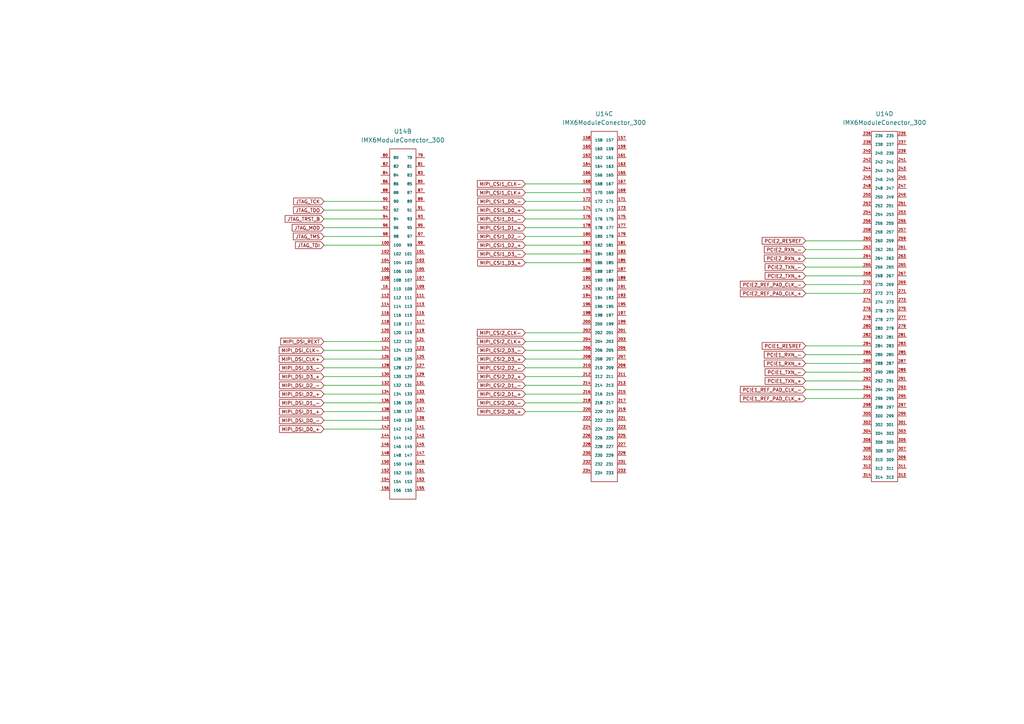
<source format=kicad_sch>
(kicad_sch (version 20230121) (generator eeschema)
  (paper "A4")
  (lib_symbols
    (symbol "IMX6ModuleConector_300-William_IMX6QP_1" (pin_names (offset 1.016))
      (property "Reference" "U14" (at 0 0 0))
      (property "Value" "IMX6ModuleConector_300" (at 0 -2.54 0))
      (symbol "IMX6ModuleConector_300-William_IMX6QP_1_1_1"
        (pin input line (at -6.35 -7.62 0) (length 2.54) (name "1") (number "1"))
        (pin input line (at 6.35 -17.78 180) (length 2.54) (name "10") (number "10"))
        (pin input line (at -6.35 -20.32 0) (length 2.54) (name "11") (number "11"))
        (pin input line (at 6.35 -20.32 180) (length 2.54) (name "12") (number "12"))
        (pin input line (at -6.35 -22.86 0) (length 2.54) (name "13") (number "13"))
        (pin input line (at 6.35 -22.86 180) (length 2.54) (name "14") (number "14"))
        (pin input line (at -6.35 -25.4 0) (length 2.54) (name "15") (number "15"))
        (pin input line (at 6.35 -25.4 180) (length 2.54) (name "16") (number "16"))
        (pin input line (at 6.35 -45.72 180) (length 2.54) (name "32") (number "16"))
        (pin input line (at -6.35 -27.94 0) (length 2.54) (name "17") (number "17"))
        (pin input line (at 6.35 -27.94 180) (length 2.54) (name "18") (number "18"))
        (pin input line (at -6.35 -30.48 0) (length 2.54) (name "19") (number "19"))
        (pin input line (at 6.35 -7.62 180) (length 2.54) (name "2") (number "2"))
        (pin input line (at 6.35 -30.48 180) (length 2.54) (name "20") (number "20"))
        (pin input line (at -6.35 -33.02 0) (length 2.54) (name "21") (number "21"))
        (pin input line (at 6.35 -33.02 180) (length 2.54) (name "22") (number "22"))
        (pin input line (at -6.35 -35.56 0) (length 2.54) (name "23") (number "23"))
        (pin input line (at 6.35 -35.56 180) (length 2.54) (name "24") (number "24"))
        (pin input line (at -6.35 -38.1 0) (length 2.54) (name "25") (number "25"))
        (pin input line (at 6.35 -38.1 180) (length 2.54) (name "26") (number "26"))
        (pin input line (at -6.35 -40.64 0) (length 2.54) (name "27") (number "27"))
        (pin input line (at 6.35 -40.64 180) (length 2.54) (name "28") (number "28"))
        (pin input line (at -6.35 -43.18 0) (length 2.54) (name "29") (number "29"))
        (pin input line (at -6.35 -10.16 0) (length 2.54) (name "3") (number "3"))
        (pin input line (at 6.35 -43.18 180) (length 2.54) (name "30") (number "30"))
        (pin input line (at -6.35 -45.72 0) (length 2.54) (name "31") (number "31"))
        (pin input line (at -6.35 -48.26 0) (length 2.54) (name "33") (number "33"))
        (pin input line (at 6.35 -48.26 180) (length 2.54) (name "34") (number "34"))
        (pin input line (at -6.35 -50.8 0) (length 2.54) (name "35") (number "35"))
        (pin input line (at 6.35 -50.8 180) (length 2.54) (name "36") (number "36"))
        (pin input line (at -6.35 -53.34 0) (length 2.54) (name "37") (number "37"))
        (pin input line (at 6.35 -53.34 180) (length 2.54) (name "38") (number "38"))
        (pin input line (at -6.35 -55.88 0) (length 2.54) (name "39") (number "39"))
        (pin input line (at 6.35 -10.16 180) (length 2.54) (name "4") (number "4"))
        (pin input line (at 6.35 -55.88 180) (length 2.54) (name "40") (number "40"))
        (pin input line (at -6.35 -58.42 0) (length 2.54) (name "41") (number "41"))
        (pin input line (at 6.35 -58.42 180) (length 2.54) (name "42") (number "42"))
        (pin input line (at -6.35 -60.96 0) (length 2.54) (name "43") (number "43"))
        (pin input line (at 6.35 -60.96 180) (length 2.54) (name "44") (number "44"))
        (pin input line (at -6.35 -63.5 0) (length 2.54) (name "45") (number "45"))
        (pin input line (at 6.35 -63.5 180) (length 2.54) (name "46") (number "46"))
        (pin input line (at -6.35 -66.04 0) (length 2.54) (name "47") (number "47"))
        (pin input line (at 6.35 -66.04 180) (length 2.54) (name "48") (number "48"))
        (pin input line (at -6.35 -68.58 0) (length 2.54) (name "49") (number "49"))
        (pin input line (at -6.35 -12.7 0) (length 2.54) (name "5") (number "5"))
        (pin input line (at 6.35 -68.58 180) (length 2.54) (name "50") (number "50"))
        (pin input line (at -6.35 -71.12 0) (length 2.54) (name "51") (number "51"))
        (pin input line (at 6.35 -71.12 180) (length 2.54) (name "52") (number "52"))
        (pin input line (at -6.35 -73.66 0) (length 2.54) (name "53") (number "53"))
        (pin input line (at 6.35 -73.66 180) (length 2.54) (name "54") (number "54"))
        (pin input line (at -6.35 -76.2 0) (length 2.54) (name "55") (number "55"))
        (pin input line (at 6.35 -76.2 180) (length 2.54) (name "56") (number "56"))
        (pin input line (at -6.35 -78.74 0) (length 2.54) (name "57") (number "57"))
        (pin input line (at 6.35 -78.74 180) (length 2.54) (name "58") (number "58"))
        (pin input line (at -6.35 -81.28 0) (length 2.54) (name "59") (number "59"))
        (pin input line (at 6.35 -12.7 180) (length 2.54) (name "6") (number "6"))
        (pin input line (at 6.35 -81.28 180) (length 2.54) (name "60") (number "60"))
        (pin input line (at -6.35 -83.82 0) (length 2.54) (name "61") (number "61"))
        (pin input line (at 6.35 -83.82 180) (length 2.54) (name "62") (number "62"))
        (pin input line (at -6.35 -86.36 0) (length 2.54) (name "63") (number "63"))
        (pin input line (at 6.35 -86.36 180) (length 2.54) (name "64") (number "64"))
        (pin input line (at -6.35 -88.9 0) (length 2.54) (name "65") (number "65"))
        (pin input line (at 6.35 -88.9 180) (length 2.54) (name "66") (number "66"))
        (pin input line (at -6.35 -91.44 0) (length 2.54) (name "67") (number "67"))
        (pin input line (at 6.35 -91.44 180) (length 2.54) (name "68") (number "68"))
        (pin input line (at -6.35 -93.98 0) (length 2.54) (name "69") (number "69"))
        (pin input line (at -6.35 -15.24 0) (length 2.54) (name "7") (number "7"))
        (pin input line (at 6.35 -93.98 180) (length 2.54) (name "70") (number "70"))
        (pin input line (at -6.35 -96.52 0) (length 2.54) (name "71") (number "71"))
        (pin input line (at 6.35 -96.52 180) (length 2.54) (name "72") (number "72"))
        (pin input line (at -6.35 -99.06 0) (length 2.54) (name "73") (number "73"))
        (pin input line (at 6.35 -99.06 180) (length 2.54) (name "74") (number "74"))
        (pin input line (at -6.35 -101.6 0) (length 2.54) (name "75") (number "75"))
        (pin input line (at 6.35 -101.6 180) (length 2.54) (name "76") (number "76"))
        (pin input line (at -6.35 -104.14 0) (length 2.54) (name "77") (number "77"))
        (pin input line (at 6.35 -104.14 180) (length 2.54) (name "78") (number "78"))
        (pin input line (at 6.35 -15.24 180) (length 2.54) (name "8") (number "8"))
        (pin input line (at -6.35 -17.78 0) (length 2.54) (name "9") (number "9"))
      )
      (symbol "IMX6ModuleConector_300-William_IMX6QP_1_2_1"
        (pin input line (at 6.35 -33.02 180) (length 2.54) (name "100") (number "100"))
        (pin input line (at -6.35 -35.56 0) (length 2.54) (name "101") (number "101"))
        (pin input line (at 6.35 -35.56 180) (length 2.54) (name "102") (number "102"))
        (pin input line (at -6.35 -38.1 0) (length 2.54) (name "103") (number "103"))
        (pin input line (at 6.35 -38.1 180) (length 2.54) (name "104") (number "104"))
        (pin input line (at -6.35 -40.64 0) (length 2.54) (name "105") (number "105"))
        (pin input line (at 6.35 -40.64 180) (length 2.54) (name "106") (number "106"))
        (pin input line (at -6.35 -43.18 0) (length 2.54) (name "107") (number "107"))
        (pin input line (at 6.35 -43.18 180) (length 2.54) (name "108") (number "108"))
        (pin input line (at -6.35 -45.72 0) (length 2.54) (name "109") (number "109"))
        (pin input line (at -6.35 -48.26 0) (length 2.54) (name "111") (number "111"))
        (pin input line (at 6.35 -48.26 180) (length 2.54) (name "112") (number "112"))
        (pin input line (at -6.35 -50.8 0) (length 2.54) (name "113") (number "113"))
        (pin input line (at 6.35 -50.8 180) (length 2.54) (name "114") (number "114"))
        (pin input line (at -6.35 -53.34 0) (length 2.54) (name "115") (number "115"))
        (pin input line (at 6.35 -53.34 180) (length 2.54) (name "116") (number "116"))
        (pin input line (at -6.35 -55.88 0) (length 2.54) (name "117") (number "117"))
        (pin input line (at 6.35 -55.88 180) (length 2.54) (name "118") (number "118"))
        (pin input line (at -6.35 -58.42 0) (length 2.54) (name "119") (number "119"))
        (pin input line (at 6.35 -58.42 180) (length 2.54) (name "120") (number "120"))
        (pin input line (at -6.35 -60.96 0) (length 2.54) (name "121") (number "121"))
        (pin input line (at 6.35 -60.96 180) (length 2.54) (name "122") (number "122"))
        (pin input line (at -6.35 -63.5 0) (length 2.54) (name "123") (number "123"))
        (pin input line (at 6.35 -63.5 180) (length 2.54) (name "124") (number "124"))
        (pin input line (at -6.35 -66.04 0) (length 2.54) (name "125") (number "125"))
        (pin input line (at 6.35 -66.04 180) (length 2.54) (name "126") (number "126"))
        (pin input line (at -6.35 -68.58 0) (length 2.54) (name "127") (number "127"))
        (pin input line (at 6.35 -68.58 180) (length 2.54) (name "128") (number "128"))
        (pin input line (at -6.35 -71.12 0) (length 2.54) (name "129") (number "129"))
        (pin input line (at 6.35 -71.12 180) (length 2.54) (name "130") (number "130"))
        (pin input line (at -6.35 -73.66 0) (length 2.54) (name "131") (number "131"))
        (pin input line (at 6.35 -73.66 180) (length 2.54) (name "132") (number "132"))
        (pin input line (at -6.35 -76.2 0) (length 2.54) (name "133") (number "133"))
        (pin input line (at 6.35 -76.2 180) (length 2.54) (name "134") (number "134"))
        (pin input line (at -6.35 -78.74 0) (length 2.54) (name "135") (number "135"))
        (pin input line (at 6.35 -78.74 180) (length 2.54) (name "136") (number "136"))
        (pin input line (at -6.35 -81.28 0) (length 2.54) (name "137") (number "137"))
        (pin input line (at 6.35 -81.28 180) (length 2.54) (name "138") (number "138"))
        (pin input line (at -6.35 -83.82 0) (length 2.54) (name "139") (number "139"))
        (pin input line (at 6.35 -83.82 180) (length 2.54) (name "140") (number "140"))
        (pin input line (at -6.35 -86.36 0) (length 2.54) (name "141") (number "141"))
        (pin input line (at 6.35 -86.36 180) (length 2.54) (name "142") (number "142"))
        (pin input line (at -6.35 -88.9 0) (length 2.54) (name "143") (number "143"))
        (pin input line (at 6.35 -88.9 180) (length 2.54) (name "144") (number "144"))
        (pin input line (at -6.35 -91.44 0) (length 2.54) (name "145") (number "145"))
        (pin input line (at 6.35 -91.44 180) (length 2.54) (name "146") (number "146"))
        (pin input line (at -6.35 -93.98 0) (length 2.54) (name "147") (number "147"))
        (pin input line (at 6.35 -93.98 180) (length 2.54) (name "148") (number "148"))
        (pin input line (at -6.35 -96.52 0) (length 2.54) (name "149") (number "149"))
        (pin input line (at 6.35 -96.52 180) (length 2.54) (name "150") (number "150"))
        (pin input line (at -6.35 -99.06 0) (length 2.54) (name "151") (number "151"))
        (pin input line (at 6.35 -99.06 180) (length 2.54) (name "152") (number "152"))
        (pin input line (at -6.35 -101.6 0) (length 2.54) (name "153") (number "153"))
        (pin input line (at 6.35 -101.6 180) (length 2.54) (name "154") (number "154"))
        (pin input line (at -6.35 -104.14 0) (length 2.54) (name "155") (number "155"))
        (pin input line (at 6.35 -104.14 180) (length 2.54) (name "156") (number "156"))
        (pin input line (at 6.35 -45.72 180) (length 2.54) (name "110") (number "16"))
        (pin input line (at -6.35 -7.62 0) (length 2.54) (name "79") (number "79"))
        (pin input line (at 6.35 -7.62 180) (length 2.54) (name "80") (number "80"))
        (pin input line (at -6.35 -10.16 0) (length 2.54) (name "81") (number "81"))
        (pin input line (at 6.35 -10.16 180) (length 2.54) (name "82") (number "82"))
        (pin input line (at -6.35 -12.7 0) (length 2.54) (name "83") (number "83"))
        (pin input line (at 6.35 -12.7 180) (length 2.54) (name "84") (number "84"))
        (pin input line (at -6.35 -15.24 0) (length 2.54) (name "85") (number "85"))
        (pin input line (at 6.35 -15.24 180) (length 2.54) (name "86") (number "86"))
        (pin input line (at -6.35 -17.78 0) (length 2.54) (name "87") (number "87"))
        (pin input line (at 6.35 -17.78 180) (length 2.54) (name "88") (number "88"))
        (pin input line (at -6.35 -20.32 0) (length 2.54) (name "89") (number "89"))
        (pin input line (at 6.35 -20.32 180) (length 2.54) (name "90") (number "90"))
        (pin input line (at -6.35 -22.86 0) (length 2.54) (name "91") (number "91"))
        (pin input line (at 6.35 -22.86 180) (length 2.54) (name "92") (number "92"))
        (pin input line (at -6.35 -25.4 0) (length 2.54) (name "93") (number "93"))
        (pin input line (at 6.35 -25.4 180) (length 2.54) (name "94") (number "94"))
        (pin input line (at -6.35 -27.94 0) (length 2.54) (name "95") (number "95"))
        (pin input line (at 6.35 -27.94 180) (length 2.54) (name "96") (number "96"))
        (pin input line (at -6.35 -30.48 0) (length 2.54) (name "97") (number "97"))
        (pin input line (at 6.35 -30.48 180) (length 2.54) (name "98") (number "98"))
        (pin input line (at -6.35 -33.02 0) (length 2.54) (name "99") (number "99"))
      )
      (symbol "IMX6ModuleConector_300-William_IMX6QP_1_3_1"
        (pin input line (at -6.35 -7.62 0) (length 2.54) (name "157") (number "157"))
        (pin input line (at 6.35 -7.62 180) (length 2.54) (name "158") (number "158"))
        (pin input line (at -6.35 -10.16 0) (length 2.54) (name "159") (number "159"))
        (pin input line (at 6.35 -10.16 180) (length 2.54) (name "160") (number "160"))
        (pin input line (at -6.35 -12.7 0) (length 2.54) (name "161") (number "161"))
        (pin input line (at 6.35 -12.7 180) (length 2.54) (name "162") (number "162"))
        (pin input line (at -6.35 -15.24 0) (length 2.54) (name "163") (number "163"))
        (pin input line (at 6.35 -15.24 180) (length 2.54) (name "164") (number "164"))
        (pin input line (at -6.35 -17.78 0) (length 2.54) (name "165") (number "165"))
        (pin input line (at 6.35 -17.78 180) (length 2.54) (name "166") (number "166"))
        (pin input line (at -6.35 -20.32 0) (length 2.54) (name "167") (number "167"))
        (pin input line (at 6.35 -20.32 180) (length 2.54) (name "168") (number "168"))
        (pin input line (at -6.35 -22.86 0) (length 2.54) (name "169") (number "169"))
        (pin input line (at 6.35 -22.86 180) (length 2.54) (name "170") (number "170"))
        (pin input line (at -6.35 -25.4 0) (length 2.54) (name "171") (number "171"))
        (pin input line (at 6.35 -25.4 180) (length 2.54) (name "172") (number "172"))
        (pin input line (at -6.35 -27.94 0) (length 2.54) (name "173") (number "173"))
        (pin input line (at 6.35 -27.94 180) (length 2.54) (name "174") (number "174"))
        (pin input line (at -6.35 -30.48 0) (length 2.54) (name "175") (number "175"))
        (pin input line (at 6.35 -30.48 180) (length 2.54) (name "176") (number "176"))
        (pin input line (at -6.35 -33.02 0) (length 2.54) (name "177") (number "177"))
        (pin input line (at 6.35 -33.02 180) (length 2.54) (name "178") (number "178"))
        (pin input line (at -6.35 -35.56 0) (length 2.54) (name "179") (number "179"))
        (pin input line (at 6.35 -35.56 180) (length 2.54) (name "180") (number "180"))
        (pin input line (at -6.35 -38.1 0) (length 2.54) (name "181") (number "181"))
        (pin input line (at 6.35 -38.1 180) (length 2.54) (name "182") (number "182"))
        (pin input line (at -6.35 -40.64 0) (length 2.54) (name "183") (number "183"))
        (pin input line (at 6.35 -40.64 180) (length 2.54) (name "184") (number "184"))
        (pin input line (at -6.35 -43.18 0) (length 2.54) (name "185") (number "185"))
        (pin input line (at 6.35 -43.18 180) (length 2.54) (name "186") (number "186"))
        (pin input line (at -6.35 -45.72 0) (length 2.54) (name "187") (number "187"))
        (pin input line (at 6.35 -45.72 180) (length 2.54) (name "188") (number "188"))
        (pin input line (at -6.35 -48.26 0) (length 2.54) (name "189") (number "189"))
        (pin input line (at 6.35 -48.26 180) (length 2.54) (name "190") (number "190"))
        (pin input line (at -6.35 -50.8 0) (length 2.54) (name "191") (number "191"))
        (pin input line (at 6.35 -50.8 180) (length 2.54) (name "192") (number "192"))
        (pin input line (at -6.35 -53.34 0) (length 2.54) (name "193") (number "193"))
        (pin input line (at 6.35 -53.34 180) (length 2.54) (name "194") (number "194"))
        (pin input line (at -6.35 -55.88 0) (length 2.54) (name "195") (number "195"))
        (pin input line (at 6.35 -55.88 180) (length 2.54) (name "196") (number "196"))
        (pin input line (at -6.35 -58.42 0) (length 2.54) (name "197") (number "197"))
        (pin input line (at 6.35 -58.42 180) (length 2.54) (name "198") (number "198"))
        (pin input line (at -6.35 -60.96 0) (length 2.54) (name "199") (number "199"))
        (pin input line (at 6.35 -60.96 180) (length 2.54) (name "200") (number "200"))
        (pin input line (at -6.35 -63.5 0) (length 2.54) (name "201") (number "201"))
        (pin input line (at 6.35 -63.5 180) (length 2.54) (name "202") (number "202"))
        (pin input line (at -6.35 -66.04 0) (length 2.54) (name "203") (number "203"))
        (pin input line (at 6.35 -66.04 180) (length 2.54) (name "204") (number "204"))
        (pin input line (at -6.35 -68.58 0) (length 2.54) (name "205") (number "205"))
        (pin input line (at 6.35 -68.58 180) (length 2.54) (name "206") (number "206"))
        (pin input line (at -6.35 -71.12 0) (length 2.54) (name "207") (number "207"))
        (pin input line (at 6.35 -71.12 180) (length 2.54) (name "208") (number "208"))
        (pin input line (at -6.35 -73.66 0) (length 2.54) (name "209") (number "209"))
        (pin input line (at 6.35 -73.66 180) (length 2.54) (name "210") (number "210"))
        (pin input line (at -6.35 -76.2 0) (length 2.54) (name "211") (number "211"))
        (pin input line (at 6.35 -76.2 180) (length 2.54) (name "212") (number "212"))
        (pin input line (at -6.35 -78.74 0) (length 2.54) (name "213") (number "213"))
        (pin input line (at 6.35 -78.74 180) (length 2.54) (name "214") (number "214"))
        (pin input line (at -6.35 -81.28 0) (length 2.54) (name "215") (number "215"))
        (pin input line (at 6.35 -81.28 180) (length 2.54) (name "216") (number "216"))
        (pin input line (at -6.35 -83.82 0) (length 2.54) (name "217") (number "217"))
        (pin input line (at 6.35 -83.82 180) (length 2.54) (name "218") (number "218"))
        (pin input line (at -6.35 -86.36 0) (length 2.54) (name "219") (number "219"))
        (pin input line (at 6.35 -86.36 180) (length 2.54) (name "220") (number "220"))
        (pin input line (at -6.35 -88.9 0) (length 2.54) (name "221") (number "221"))
        (pin input line (at 6.35 -88.9 180) (length 2.54) (name "222") (number "222"))
        (pin input line (at -6.35 -91.44 0) (length 2.54) (name "223") (number "223"))
        (pin input line (at 6.35 -91.44 180) (length 2.54) (name "224") (number "224"))
        (pin input line (at -6.35 -93.98 0) (length 2.54) (name "225") (number "225"))
        (pin input line (at 6.35 -93.98 180) (length 2.54) (name "226") (number "226"))
        (pin input line (at -6.35 -96.52 0) (length 2.54) (name "227") (number "227"))
        (pin input line (at 6.35 -96.52 180) (length 2.54) (name "228") (number "228"))
        (pin input line (at -6.35 -99.06 0) (length 2.54) (name "229") (number "229"))
        (pin input line (at 6.35 -99.06 180) (length 2.54) (name "230") (number "230"))
        (pin input line (at -6.35 -101.6 0) (length 2.54) (name "231") (number "231"))
        (pin input line (at 6.35 -101.6 180) (length 2.54) (name "232") (number "232"))
        (pin input line (at -6.35 -104.14 0) (length 2.54) (name "233") (number "233"))
        (pin input line (at 6.35 -104.14 180) (length 2.54) (name "234") (number "234"))
      )
      (symbol "IMX6ModuleConector_300-William_IMX6QP_1_4_1"
        (pin input line (at -6.35 -6.35 0) (length 2.54) (name "235") (number "235"))
        (pin input line (at 6.35 -6.35 180) (length 2.54) (name "236") (number "236"))
        (pin input line (at -6.35 -8.89 0) (length 2.54) (name "237") (number "237"))
        (pin input line (at 6.35 -8.89 180) (length 2.54) (name "238") (number "238"))
        (pin input line (at -6.35 -11.43 0) (length 2.54) (name "239") (number "239"))
        (pin input line (at 6.35 -11.43 180) (length 2.54) (name "240") (number "240"))
        (pin input line (at -6.35 -13.97 0) (length 2.54) (name "241") (number "241"))
        (pin input line (at 6.35 -13.97 180) (length 2.54) (name "242") (number "242"))
        (pin input line (at -6.35 -16.51 0) (length 2.54) (name "243") (number "243"))
        (pin input line (at 6.35 -16.51 180) (length 2.54) (name "244") (number "244"))
        (pin input line (at -6.35 -19.05 0) (length 2.54) (name "245") (number "245"))
        (pin input line (at 6.35 -19.05 180) (length 2.54) (name "246") (number "246"))
        (pin input line (at -6.35 -21.59 0) (length 2.54) (name "247") (number "247"))
        (pin input line (at 6.35 -21.59 180) (length 2.54) (name "248") (number "248"))
        (pin input line (at -6.35 -24.13 0) (length 2.54) (name "249") (number "249"))
        (pin input line (at 6.35 -24.13 180) (length 2.54) (name "250") (number "250"))
        (pin input line (at -6.35 -26.67 0) (length 2.54) (name "251") (number "251"))
        (pin input line (at 6.35 -26.67 180) (length 2.54) (name "252") (number "252"))
        (pin input line (at -6.35 -29.21 0) (length 2.54) (name "253") (number "253"))
        (pin input line (at 6.35 -29.21 180) (length 2.54) (name "254") (number "254"))
        (pin input line (at -6.35 -31.75 0) (length 2.54) (name "255") (number "255"))
        (pin input line (at 6.35 -31.75 180) (length 2.54) (name "256") (number "256"))
        (pin input line (at -6.35 -34.29 0) (length 2.54) (name "257") (number "257"))
        (pin input line (at 6.35 -34.29 180) (length 2.54) (name "258") (number "258"))
        (pin input line (at -6.35 -36.83 0) (length 2.54) (name "259") (number "259"))
        (pin input line (at 6.35 -36.83 180) (length 2.54) (name "260") (number "260"))
        (pin input line (at -6.35 -39.37 0) (length 2.54) (name "261") (number "261"))
        (pin input line (at 6.35 -39.37 180) (length 2.54) (name "262") (number "262"))
        (pin input line (at -6.35 -41.91 0) (length 2.54) (name "263") (number "263"))
        (pin input line (at 6.35 -41.91 180) (length 2.54) (name "264") (number "264"))
        (pin input line (at -6.35 -44.45 0) (length 2.54) (name "265") (number "265"))
        (pin input line (at 6.35 -44.45 180) (length 2.54) (name "266") (number "266"))
        (pin input line (at -6.35 -46.99 0) (length 2.54) (name "267") (number "267"))
        (pin input line (at 6.35 -46.99 180) (length 2.54) (name "268") (number "268"))
        (pin input line (at -6.35 -49.53 0) (length 2.54) (name "269") (number "269"))
        (pin input line (at 6.35 -49.53 180) (length 2.54) (name "270") (number "270"))
        (pin input line (at -6.35 -52.07 0) (length 2.54) (name "271") (number "271"))
        (pin input line (at 6.35 -52.07 180) (length 2.54) (name "272") (number "272"))
        (pin input line (at -6.35 -54.61 0) (length 2.54) (name "273") (number "273"))
        (pin input line (at 6.35 -54.61 180) (length 2.54) (name "274") (number "274"))
        (pin input line (at -6.35 -57.15 0) (length 2.54) (name "275") (number "275"))
        (pin input line (at 6.35 -57.15 180) (length 2.54) (name "276") (number "276"))
        (pin input line (at -6.35 -59.69 0) (length 2.54) (name "277") (number "277"))
        (pin input line (at 6.35 -59.69 180) (length 2.54) (name "278") (number "278"))
        (pin input line (at -6.35 -62.23 0) (length 2.54) (name "279") (number "279"))
        (pin input line (at 6.35 -62.23 180) (length 2.54) (name "280") (number "280"))
        (pin input line (at -6.35 -64.77 0) (length 2.54) (name "281") (number "281"))
        (pin input line (at 6.35 -64.77 180) (length 2.54) (name "282") (number "282"))
        (pin input line (at -6.35 -67.31 0) (length 2.54) (name "283") (number "283"))
        (pin input line (at 6.35 -67.31 180) (length 2.54) (name "284") (number "284"))
        (pin input line (at -6.35 -69.85 0) (length 2.54) (name "285") (number "285"))
        (pin input line (at 6.35 -69.85 180) (length 2.54) (name "286") (number "286"))
        (pin input line (at -6.35 -72.39 0) (length 2.54) (name "287") (number "287"))
        (pin input line (at 6.35 -72.39 180) (length 2.54) (name "288") (number "288"))
        (pin input line (at -6.35 -74.93 0) (length 2.54) (name "289") (number "289"))
        (pin input line (at 6.35 -74.93 180) (length 2.54) (name "290") (number "290"))
        (pin input line (at -6.35 -77.47 0) (length 2.54) (name "291") (number "291"))
        (pin input line (at 6.35 -77.47 180) (length 2.54) (name "292") (number "292"))
        (pin input line (at -6.35 -80.01 0) (length 2.54) (name "293") (number "293"))
        (pin input line (at 6.35 -80.01 180) (length 2.54) (name "294") (number "294"))
        (pin input line (at -6.35 -82.55 0) (length 2.54) (name "295") (number "295"))
        (pin input line (at 6.35 -82.55 180) (length 2.54) (name "296") (number "296"))
        (pin input line (at -6.35 -85.09 0) (length 2.54) (name "297") (number "297"))
        (pin input line (at 6.35 -85.09 180) (length 2.54) (name "298") (number "298"))
        (pin input line (at -6.35 -87.63 0) (length 2.54) (name "299") (number "299"))
        (pin input line (at 6.35 -87.63 180) (length 2.54) (name "300") (number "300"))
        (pin input line (at -6.35 -90.17 0) (length 2.54) (name "301") (number "301"))
        (pin input line (at 6.35 -90.17 180) (length 2.54) (name "302") (number "302"))
        (pin input line (at -6.35 -92.71 0) (length 2.54) (name "303") (number "303"))
        (pin input line (at 6.35 -92.71 180) (length 2.54) (name "304") (number "304"))
        (pin input line (at -6.35 -95.25 0) (length 2.54) (name "305") (number "305"))
        (pin input line (at 6.35 -95.25 180) (length 2.54) (name "306") (number "306"))
        (pin input line (at -6.35 -97.79 0) (length 2.54) (name "307") (number "307"))
        (pin input line (at 6.35 -97.79 180) (length 2.54) (name "308") (number "308"))
        (pin input line (at -6.35 -100.33 0) (length 2.54) (name "309") (number "309"))
        (pin input line (at 6.35 -100.33 180) (length 2.54) (name "310") (number "310"))
        (pin input line (at -6.35 -102.87 0) (length 2.54) (name "311") (number "311"))
        (pin input line (at 6.35 -102.87 180) (length 2.54) (name "312") (number "312"))
        (pin input line (at -6.35 -105.41 0) (length 2.54) (name "313") (number "313"))
        (pin input line (at 6.35 -105.41 180) (length 2.54) (name "314") (number "314"))
      )
    )
    (symbol "IMX6ModuleConector_300-William_IMX6QP_2" (pin_names (offset 1.016))
      (property "Reference" "U14" (at 0 0 0))
      (property "Value" "IMX6ModuleConector_300" (at 0 -2.54 0))
      (symbol "IMX6ModuleConector_300-William_IMX6QP_2_1_1"
        (pin input line (at -6.35 -7.62 0) (length 2.54) (name "1") (number "1"))
        (pin input line (at 6.35 -17.78 180) (length 2.54) (name "10") (number "10"))
        (pin input line (at -6.35 -20.32 0) (length 2.54) (name "11") (number "11"))
        (pin input line (at 6.35 -20.32 180) (length 2.54) (name "12") (number "12"))
        (pin input line (at -6.35 -22.86 0) (length 2.54) (name "13") (number "13"))
        (pin input line (at 6.35 -22.86 180) (length 2.54) (name "14") (number "14"))
        (pin input line (at -6.35 -25.4 0) (length 2.54) (name "15") (number "15"))
        (pin input line (at 6.35 -25.4 180) (length 2.54) (name "16") (number "16"))
        (pin input line (at 6.35 -45.72 180) (length 2.54) (name "32") (number "16"))
        (pin input line (at -6.35 -27.94 0) (length 2.54) (name "17") (number "17"))
        (pin input line (at 6.35 -27.94 180) (length 2.54) (name "18") (number "18"))
        (pin input line (at -6.35 -30.48 0) (length 2.54) (name "19") (number "19"))
        (pin input line (at 6.35 -7.62 180) (length 2.54) (name "2") (number "2"))
        (pin input line (at 6.35 -30.48 180) (length 2.54) (name "20") (number "20"))
        (pin input line (at -6.35 -33.02 0) (length 2.54) (name "21") (number "21"))
        (pin input line (at 6.35 -33.02 180) (length 2.54) (name "22") (number "22"))
        (pin input line (at -6.35 -35.56 0) (length 2.54) (name "23") (number "23"))
        (pin input line (at 6.35 -35.56 180) (length 2.54) (name "24") (number "24"))
        (pin input line (at -6.35 -38.1 0) (length 2.54) (name "25") (number "25"))
        (pin input line (at 6.35 -38.1 180) (length 2.54) (name "26") (number "26"))
        (pin input line (at -6.35 -40.64 0) (length 2.54) (name "27") (number "27"))
        (pin input line (at 6.35 -40.64 180) (length 2.54) (name "28") (number "28"))
        (pin input line (at -6.35 -43.18 0) (length 2.54) (name "29") (number "29"))
        (pin input line (at -6.35 -10.16 0) (length 2.54) (name "3") (number "3"))
        (pin input line (at 6.35 -43.18 180) (length 2.54) (name "30") (number "30"))
        (pin input line (at -6.35 -45.72 0) (length 2.54) (name "31") (number "31"))
        (pin input line (at -6.35 -48.26 0) (length 2.54) (name "33") (number "33"))
        (pin input line (at 6.35 -48.26 180) (length 2.54) (name "34") (number "34"))
        (pin input line (at -6.35 -50.8 0) (length 2.54) (name "35") (number "35"))
        (pin input line (at 6.35 -50.8 180) (length 2.54) (name "36") (number "36"))
        (pin input line (at -6.35 -53.34 0) (length 2.54) (name "37") (number "37"))
        (pin input line (at 6.35 -53.34 180) (length 2.54) (name "38") (number "38"))
        (pin input line (at -6.35 -55.88 0) (length 2.54) (name "39") (number "39"))
        (pin input line (at 6.35 -10.16 180) (length 2.54) (name "4") (number "4"))
        (pin input line (at 6.35 -55.88 180) (length 2.54) (name "40") (number "40"))
        (pin input line (at -6.35 -58.42 0) (length 2.54) (name "41") (number "41"))
        (pin input line (at 6.35 -58.42 180) (length 2.54) (name "42") (number "42"))
        (pin input line (at -6.35 -60.96 0) (length 2.54) (name "43") (number "43"))
        (pin input line (at 6.35 -60.96 180) (length 2.54) (name "44") (number "44"))
        (pin input line (at -6.35 -63.5 0) (length 2.54) (name "45") (number "45"))
        (pin input line (at 6.35 -63.5 180) (length 2.54) (name "46") (number "46"))
        (pin input line (at -6.35 -66.04 0) (length 2.54) (name "47") (number "47"))
        (pin input line (at 6.35 -66.04 180) (length 2.54) (name "48") (number "48"))
        (pin input line (at -6.35 -68.58 0) (length 2.54) (name "49") (number "49"))
        (pin input line (at -6.35 -12.7 0) (length 2.54) (name "5") (number "5"))
        (pin input line (at 6.35 -68.58 180) (length 2.54) (name "50") (number "50"))
        (pin input line (at -6.35 -71.12 0) (length 2.54) (name "51") (number "51"))
        (pin input line (at 6.35 -71.12 180) (length 2.54) (name "52") (number "52"))
        (pin input line (at -6.35 -73.66 0) (length 2.54) (name "53") (number "53"))
        (pin input line (at 6.35 -73.66 180) (length 2.54) (name "54") (number "54"))
        (pin input line (at -6.35 -76.2 0) (length 2.54) (name "55") (number "55"))
        (pin input line (at 6.35 -76.2 180) (length 2.54) (name "56") (number "56"))
        (pin input line (at -6.35 -78.74 0) (length 2.54) (name "57") (number "57"))
        (pin input line (at 6.35 -78.74 180) (length 2.54) (name "58") (number "58"))
        (pin input line (at -6.35 -81.28 0) (length 2.54) (name "59") (number "59"))
        (pin input line (at 6.35 -12.7 180) (length 2.54) (name "6") (number "6"))
        (pin input line (at 6.35 -81.28 180) (length 2.54) (name "60") (number "60"))
        (pin input line (at -6.35 -83.82 0) (length 2.54) (name "61") (number "61"))
        (pin input line (at 6.35 -83.82 180) (length 2.54) (name "62") (number "62"))
        (pin input line (at -6.35 -86.36 0) (length 2.54) (name "63") (number "63"))
        (pin input line (at 6.35 -86.36 180) (length 2.54) (name "64") (number "64"))
        (pin input line (at -6.35 -88.9 0) (length 2.54) (name "65") (number "65"))
        (pin input line (at 6.35 -88.9 180) (length 2.54) (name "66") (number "66"))
        (pin input line (at -6.35 -91.44 0) (length 2.54) (name "67") (number "67"))
        (pin input line (at 6.35 -91.44 180) (length 2.54) (name "68") (number "68"))
        (pin input line (at -6.35 -93.98 0) (length 2.54) (name "69") (number "69"))
        (pin input line (at -6.35 -15.24 0) (length 2.54) (name "7") (number "7"))
        (pin input line (at 6.35 -93.98 180) (length 2.54) (name "70") (number "70"))
        (pin input line (at -6.35 -96.52 0) (length 2.54) (name "71") (number "71"))
        (pin input line (at 6.35 -96.52 180) (length 2.54) (name "72") (number "72"))
        (pin input line (at -6.35 -99.06 0) (length 2.54) (name "73") (number "73"))
        (pin input line (at 6.35 -99.06 180) (length 2.54) (name "74") (number "74"))
        (pin input line (at -6.35 -101.6 0) (length 2.54) (name "75") (number "75"))
        (pin input line (at 6.35 -101.6 180) (length 2.54) (name "76") (number "76"))
        (pin input line (at -6.35 -104.14 0) (length 2.54) (name "77") (number "77"))
        (pin input line (at 6.35 -104.14 180) (length 2.54) (name "78") (number "78"))
        (pin input line (at 6.35 -15.24 180) (length 2.54) (name "8") (number "8"))
        (pin input line (at -6.35 -17.78 0) (length 2.54) (name "9") (number "9"))
      )
      (symbol "IMX6ModuleConector_300-William_IMX6QP_2_2_1"
        (pin input line (at 6.35 -33.02 180) (length 2.54) (name "100") (number "100"))
        (pin input line (at -6.35 -35.56 0) (length 2.54) (name "101") (number "101"))
        (pin input line (at 6.35 -35.56 180) (length 2.54) (name "102") (number "102"))
        (pin input line (at -6.35 -38.1 0) (length 2.54) (name "103") (number "103"))
        (pin input line (at 6.35 -38.1 180) (length 2.54) (name "104") (number "104"))
        (pin input line (at -6.35 -40.64 0) (length 2.54) (name "105") (number "105"))
        (pin input line (at 6.35 -40.64 180) (length 2.54) (name "106") (number "106"))
        (pin input line (at -6.35 -43.18 0) (length 2.54) (name "107") (number "107"))
        (pin input line (at 6.35 -43.18 180) (length 2.54) (name "108") (number "108"))
        (pin input line (at -6.35 -45.72 0) (length 2.54) (name "109") (number "109"))
        (pin input line (at -6.35 -48.26 0) (length 2.54) (name "111") (number "111"))
        (pin input line (at 6.35 -48.26 180) (length 2.54) (name "112") (number "112"))
        (pin input line (at -6.35 -50.8 0) (length 2.54) (name "113") (number "113"))
        (pin input line (at 6.35 -50.8 180) (length 2.54) (name "114") (number "114"))
        (pin input line (at -6.35 -53.34 0) (length 2.54) (name "115") (number "115"))
        (pin input line (at 6.35 -53.34 180) (length 2.54) (name "116") (number "116"))
        (pin input line (at -6.35 -55.88 0) (length 2.54) (name "117") (number "117"))
        (pin input line (at 6.35 -55.88 180) (length 2.54) (name "118") (number "118"))
        (pin input line (at -6.35 -58.42 0) (length 2.54) (name "119") (number "119"))
        (pin input line (at 6.35 -58.42 180) (length 2.54) (name "120") (number "120"))
        (pin input line (at -6.35 -60.96 0) (length 2.54) (name "121") (number "121"))
        (pin input line (at 6.35 -60.96 180) (length 2.54) (name "122") (number "122"))
        (pin input line (at -6.35 -63.5 0) (length 2.54) (name "123") (number "123"))
        (pin input line (at 6.35 -63.5 180) (length 2.54) (name "124") (number "124"))
        (pin input line (at -6.35 -66.04 0) (length 2.54) (name "125") (number "125"))
        (pin input line (at 6.35 -66.04 180) (length 2.54) (name "126") (number "126"))
        (pin input line (at -6.35 -68.58 0) (length 2.54) (name "127") (number "127"))
        (pin input line (at 6.35 -68.58 180) (length 2.54) (name "128") (number "128"))
        (pin input line (at -6.35 -71.12 0) (length 2.54) (name "129") (number "129"))
        (pin input line (at 6.35 -71.12 180) (length 2.54) (name "130") (number "130"))
        (pin input line (at -6.35 -73.66 0) (length 2.54) (name "131") (number "131"))
        (pin input line (at 6.35 -73.66 180) (length 2.54) (name "132") (number "132"))
        (pin input line (at -6.35 -76.2 0) (length 2.54) (name "133") (number "133"))
        (pin input line (at 6.35 -76.2 180) (length 2.54) (name "134") (number "134"))
        (pin input line (at -6.35 -78.74 0) (length 2.54) (name "135") (number "135"))
        (pin input line (at 6.35 -78.74 180) (length 2.54) (name "136") (number "136"))
        (pin input line (at -6.35 -81.28 0) (length 2.54) (name "137") (number "137"))
        (pin input line (at 6.35 -81.28 180) (length 2.54) (name "138") (number "138"))
        (pin input line (at -6.35 -83.82 0) (length 2.54) (name "139") (number "139"))
        (pin input line (at 6.35 -83.82 180) (length 2.54) (name "140") (number "140"))
        (pin input line (at -6.35 -86.36 0) (length 2.54) (name "141") (number "141"))
        (pin input line (at 6.35 -86.36 180) (length 2.54) (name "142") (number "142"))
        (pin input line (at -6.35 -88.9 0) (length 2.54) (name "143") (number "143"))
        (pin input line (at 6.35 -88.9 180) (length 2.54) (name "144") (number "144"))
        (pin input line (at -6.35 -91.44 0) (length 2.54) (name "145") (number "145"))
        (pin input line (at 6.35 -91.44 180) (length 2.54) (name "146") (number "146"))
        (pin input line (at -6.35 -93.98 0) (length 2.54) (name "147") (number "147"))
        (pin input line (at 6.35 -93.98 180) (length 2.54) (name "148") (number "148"))
        (pin input line (at -6.35 -96.52 0) (length 2.54) (name "149") (number "149"))
        (pin input line (at 6.35 -96.52 180) (length 2.54) (name "150") (number "150"))
        (pin input line (at -6.35 -99.06 0) (length 2.54) (name "151") (number "151"))
        (pin input line (at 6.35 -99.06 180) (length 2.54) (name "152") (number "152"))
        (pin input line (at -6.35 -101.6 0) (length 2.54) (name "153") (number "153"))
        (pin input line (at 6.35 -101.6 180) (length 2.54) (name "154") (number "154"))
        (pin input line (at -6.35 -104.14 0) (length 2.54) (name "155") (number "155"))
        (pin input line (at 6.35 -104.14 180) (length 2.54) (name "156") (number "156"))
        (pin input line (at 6.35 -45.72 180) (length 2.54) (name "110") (number "16"))
        (pin input line (at -6.35 -7.62 0) (length 2.54) (name "79") (number "79"))
        (pin input line (at 6.35 -7.62 180) (length 2.54) (name "80") (number "80"))
        (pin input line (at -6.35 -10.16 0) (length 2.54) (name "81") (number "81"))
        (pin input line (at 6.35 -10.16 180) (length 2.54) (name "82") (number "82"))
        (pin input line (at -6.35 -12.7 0) (length 2.54) (name "83") (number "83"))
        (pin input line (at 6.35 -12.7 180) (length 2.54) (name "84") (number "84"))
        (pin input line (at -6.35 -15.24 0) (length 2.54) (name "85") (number "85"))
        (pin input line (at 6.35 -15.24 180) (length 2.54) (name "86") (number "86"))
        (pin input line (at -6.35 -17.78 0) (length 2.54) (name "87") (number "87"))
        (pin input line (at 6.35 -17.78 180) (length 2.54) (name "88") (number "88"))
        (pin input line (at -6.35 -20.32 0) (length 2.54) (name "89") (number "89"))
        (pin input line (at 6.35 -20.32 180) (length 2.54) (name "90") (number "90"))
        (pin input line (at -6.35 -22.86 0) (length 2.54) (name "91") (number "91"))
        (pin input line (at 6.35 -22.86 180) (length 2.54) (name "92") (number "92"))
        (pin input line (at -6.35 -25.4 0) (length 2.54) (name "93") (number "93"))
        (pin input line (at 6.35 -25.4 180) (length 2.54) (name "94") (number "94"))
        (pin input line (at -6.35 -27.94 0) (length 2.54) (name "95") (number "95"))
        (pin input line (at 6.35 -27.94 180) (length 2.54) (name "96") (number "96"))
        (pin input line (at -6.35 -30.48 0) (length 2.54) (name "97") (number "97"))
        (pin input line (at 6.35 -30.48 180) (length 2.54) (name "98") (number "98"))
        (pin input line (at -6.35 -33.02 0) (length 2.54) (name "99") (number "99"))
      )
      (symbol "IMX6ModuleConector_300-William_IMX6QP_2_3_1"
        (pin input line (at -6.35 -7.62 0) (length 2.54) (name "157") (number "157"))
        (pin input line (at 6.35 -7.62 180) (length 2.54) (name "158") (number "158"))
        (pin input line (at -6.35 -10.16 0) (length 2.54) (name "159") (number "159"))
        (pin input line (at 6.35 -10.16 180) (length 2.54) (name "160") (number "160"))
        (pin input line (at -6.35 -12.7 0) (length 2.54) (name "161") (number "161"))
        (pin input line (at 6.35 -12.7 180) (length 2.54) (name "162") (number "162"))
        (pin input line (at -6.35 -15.24 0) (length 2.54) (name "163") (number "163"))
        (pin input line (at 6.35 -15.24 180) (length 2.54) (name "164") (number "164"))
        (pin input line (at -6.35 -17.78 0) (length 2.54) (name "165") (number "165"))
        (pin input line (at 6.35 -17.78 180) (length 2.54) (name "166") (number "166"))
        (pin input line (at -6.35 -20.32 0) (length 2.54) (name "167") (number "167"))
        (pin input line (at 6.35 -20.32 180) (length 2.54) (name "168") (number "168"))
        (pin input line (at -6.35 -22.86 0) (length 2.54) (name "169") (number "169"))
        (pin input line (at 6.35 -22.86 180) (length 2.54) (name "170") (number "170"))
        (pin input line (at -6.35 -25.4 0) (length 2.54) (name "171") (number "171"))
        (pin input line (at 6.35 -25.4 180) (length 2.54) (name "172") (number "172"))
        (pin input line (at -6.35 -27.94 0) (length 2.54) (name "173") (number "173"))
        (pin input line (at 6.35 -27.94 180) (length 2.54) (name "174") (number "174"))
        (pin input line (at -6.35 -30.48 0) (length 2.54) (name "175") (number "175"))
        (pin input line (at 6.35 -30.48 180) (length 2.54) (name "176") (number "176"))
        (pin input line (at -6.35 -33.02 0) (length 2.54) (name "177") (number "177"))
        (pin input line (at 6.35 -33.02 180) (length 2.54) (name "178") (number "178"))
        (pin input line (at -6.35 -35.56 0) (length 2.54) (name "179") (number "179"))
        (pin input line (at 6.35 -35.56 180) (length 2.54) (name "180") (number "180"))
        (pin input line (at -6.35 -38.1 0) (length 2.54) (name "181") (number "181"))
        (pin input line (at 6.35 -38.1 180) (length 2.54) (name "182") (number "182"))
        (pin input line (at -6.35 -40.64 0) (length 2.54) (name "183") (number "183"))
        (pin input line (at 6.35 -40.64 180) (length 2.54) (name "184") (number "184"))
        (pin input line (at -6.35 -43.18 0) (length 2.54) (name "185") (number "185"))
        (pin input line (at 6.35 -43.18 180) (length 2.54) (name "186") (number "186"))
        (pin input line (at -6.35 -45.72 0) (length 2.54) (name "187") (number "187"))
        (pin input line (at 6.35 -45.72 180) (length 2.54) (name "188") (number "188"))
        (pin input line (at -6.35 -48.26 0) (length 2.54) (name "189") (number "189"))
        (pin input line (at 6.35 -48.26 180) (length 2.54) (name "190") (number "190"))
        (pin input line (at -6.35 -50.8 0) (length 2.54) (name "191") (number "191"))
        (pin input line (at 6.35 -50.8 180) (length 2.54) (name "192") (number "192"))
        (pin input line (at -6.35 -53.34 0) (length 2.54) (name "193") (number "193"))
        (pin input line (at 6.35 -53.34 180) (length 2.54) (name "194") (number "194"))
        (pin input line (at -6.35 -55.88 0) (length 2.54) (name "195") (number "195"))
        (pin input line (at 6.35 -55.88 180) (length 2.54) (name "196") (number "196"))
        (pin input line (at -6.35 -58.42 0) (length 2.54) (name "197") (number "197"))
        (pin input line (at 6.35 -58.42 180) (length 2.54) (name "198") (number "198"))
        (pin input line (at -6.35 -60.96 0) (length 2.54) (name "199") (number "199"))
        (pin input line (at 6.35 -60.96 180) (length 2.54) (name "200") (number "200"))
        (pin input line (at -6.35 -63.5 0) (length 2.54) (name "201") (number "201"))
        (pin input line (at 6.35 -63.5 180) (length 2.54) (name "202") (number "202"))
        (pin input line (at -6.35 -66.04 0) (length 2.54) (name "203") (number "203"))
        (pin input line (at 6.35 -66.04 180) (length 2.54) (name "204") (number "204"))
        (pin input line (at -6.35 -68.58 0) (length 2.54) (name "205") (number "205"))
        (pin input line (at 6.35 -68.58 180) (length 2.54) (name "206") (number "206"))
        (pin input line (at -6.35 -71.12 0) (length 2.54) (name "207") (number "207"))
        (pin input line (at 6.35 -71.12 180) (length 2.54) (name "208") (number "208"))
        (pin input line (at -6.35 -73.66 0) (length 2.54) (name "209") (number "209"))
        (pin input line (at 6.35 -73.66 180) (length 2.54) (name "210") (number "210"))
        (pin input line (at -6.35 -76.2 0) (length 2.54) (name "211") (number "211"))
        (pin input line (at 6.35 -76.2 180) (length 2.54) (name "212") (number "212"))
        (pin input line (at -6.35 -78.74 0) (length 2.54) (name "213") (number "213"))
        (pin input line (at 6.35 -78.74 180) (length 2.54) (name "214") (number "214"))
        (pin input line (at -6.35 -81.28 0) (length 2.54) (name "215") (number "215"))
        (pin input line (at 6.35 -81.28 180) (length 2.54) (name "216") (number "216"))
        (pin input line (at -6.35 -83.82 0) (length 2.54) (name "217") (number "217"))
        (pin input line (at 6.35 -83.82 180) (length 2.54) (name "218") (number "218"))
        (pin input line (at -6.35 -86.36 0) (length 2.54) (name "219") (number "219"))
        (pin input line (at 6.35 -86.36 180) (length 2.54) (name "220") (number "220"))
        (pin input line (at -6.35 -88.9 0) (length 2.54) (name "221") (number "221"))
        (pin input line (at 6.35 -88.9 180) (length 2.54) (name "222") (number "222"))
        (pin input line (at -6.35 -91.44 0) (length 2.54) (name "223") (number "223"))
        (pin input line (at 6.35 -91.44 180) (length 2.54) (name "224") (number "224"))
        (pin input line (at -6.35 -93.98 0) (length 2.54) (name "225") (number "225"))
        (pin input line (at 6.35 -93.98 180) (length 2.54) (name "226") (number "226"))
        (pin input line (at -6.35 -96.52 0) (length 2.54) (name "227") (number "227"))
        (pin input line (at 6.35 -96.52 180) (length 2.54) (name "228") (number "228"))
        (pin input line (at -6.35 -99.06 0) (length 2.54) (name "229") (number "229"))
        (pin input line (at 6.35 -99.06 180) (length 2.54) (name "230") (number "230"))
        (pin input line (at -6.35 -101.6 0) (length 2.54) (name "231") (number "231"))
        (pin input line (at 6.35 -101.6 180) (length 2.54) (name "232") (number "232"))
        (pin input line (at -6.35 -104.14 0) (length 2.54) (name "233") (number "233"))
        (pin input line (at 6.35 -104.14 180) (length 2.54) (name "234") (number "234"))
      )
      (symbol "IMX6ModuleConector_300-William_IMX6QP_2_4_1"
        (pin input line (at -6.35 -6.35 0) (length 2.54) (name "235") (number "235"))
        (pin input line (at 6.35 -6.35 180) (length 2.54) (name "236") (number "236"))
        (pin input line (at -6.35 -8.89 0) (length 2.54) (name "237") (number "237"))
        (pin input line (at 6.35 -8.89 180) (length 2.54) (name "238") (number "238"))
        (pin input line (at -6.35 -11.43 0) (length 2.54) (name "239") (number "239"))
        (pin input line (at 6.35 -11.43 180) (length 2.54) (name "240") (number "240"))
        (pin input line (at -6.35 -13.97 0) (length 2.54) (name "241") (number "241"))
        (pin input line (at 6.35 -13.97 180) (length 2.54) (name "242") (number "242"))
        (pin input line (at -6.35 -16.51 0) (length 2.54) (name "243") (number "243"))
        (pin input line (at 6.35 -16.51 180) (length 2.54) (name "244") (number "244"))
        (pin input line (at -6.35 -19.05 0) (length 2.54) (name "245") (number "245"))
        (pin input line (at 6.35 -19.05 180) (length 2.54) (name "246") (number "246"))
        (pin input line (at -6.35 -21.59 0) (length 2.54) (name "247") (number "247"))
        (pin input line (at 6.35 -21.59 180) (length 2.54) (name "248") (number "248"))
        (pin input line (at -6.35 -24.13 0) (length 2.54) (name "249") (number "249"))
        (pin input line (at 6.35 -24.13 180) (length 2.54) (name "250") (number "250"))
        (pin input line (at -6.35 -26.67 0) (length 2.54) (name "251") (number "251"))
        (pin input line (at 6.35 -26.67 180) (length 2.54) (name "252") (number "252"))
        (pin input line (at -6.35 -29.21 0) (length 2.54) (name "253") (number "253"))
        (pin input line (at 6.35 -29.21 180) (length 2.54) (name "254") (number "254"))
        (pin input line (at -6.35 -31.75 0) (length 2.54) (name "255") (number "255"))
        (pin input line (at 6.35 -31.75 180) (length 2.54) (name "256") (number "256"))
        (pin input line (at -6.35 -34.29 0) (length 2.54) (name "257") (number "257"))
        (pin input line (at 6.35 -34.29 180) (length 2.54) (name "258") (number "258"))
        (pin input line (at -6.35 -36.83 0) (length 2.54) (name "259") (number "259"))
        (pin input line (at 6.35 -36.83 180) (length 2.54) (name "260") (number "260"))
        (pin input line (at -6.35 -39.37 0) (length 2.54) (name "261") (number "261"))
        (pin input line (at 6.35 -39.37 180) (length 2.54) (name "262") (number "262"))
        (pin input line (at -6.35 -41.91 0) (length 2.54) (name "263") (number "263"))
        (pin input line (at 6.35 -41.91 180) (length 2.54) (name "264") (number "264"))
        (pin input line (at -6.35 -44.45 0) (length 2.54) (name "265") (number "265"))
        (pin input line (at 6.35 -44.45 180) (length 2.54) (name "266") (number "266"))
        (pin input line (at -6.35 -46.99 0) (length 2.54) (name "267") (number "267"))
        (pin input line (at 6.35 -46.99 180) (length 2.54) (name "268") (number "268"))
        (pin input line (at -6.35 -49.53 0) (length 2.54) (name "269") (number "269"))
        (pin input line (at 6.35 -49.53 180) (length 2.54) (name "270") (number "270"))
        (pin input line (at -6.35 -52.07 0) (length 2.54) (name "271") (number "271"))
        (pin input line (at 6.35 -52.07 180) (length 2.54) (name "272") (number "272"))
        (pin input line (at -6.35 -54.61 0) (length 2.54) (name "273") (number "273"))
        (pin input line (at 6.35 -54.61 180) (length 2.54) (name "274") (number "274"))
        (pin input line (at -6.35 -57.15 0) (length 2.54) (name "275") (number "275"))
        (pin input line (at 6.35 -57.15 180) (length 2.54) (name "276") (number "276"))
        (pin input line (at -6.35 -59.69 0) (length 2.54) (name "277") (number "277"))
        (pin input line (at 6.35 -59.69 180) (length 2.54) (name "278") (number "278"))
        (pin input line (at -6.35 -62.23 0) (length 2.54) (name "279") (number "279"))
        (pin input line (at 6.35 -62.23 180) (length 2.54) (name "280") (number "280"))
        (pin input line (at -6.35 -64.77 0) (length 2.54) (name "281") (number "281"))
        (pin input line (at 6.35 -64.77 180) (length 2.54) (name "282") (number "282"))
        (pin input line (at -6.35 -67.31 0) (length 2.54) (name "283") (number "283"))
        (pin input line (at 6.35 -67.31 180) (length 2.54) (name "284") (number "284"))
        (pin input line (at -6.35 -69.85 0) (length 2.54) (name "285") (number "285"))
        (pin input line (at 6.35 -69.85 180) (length 2.54) (name "286") (number "286"))
        (pin input line (at -6.35 -72.39 0) (length 2.54) (name "287") (number "287"))
        (pin input line (at 6.35 -72.39 180) (length 2.54) (name "288") (number "288"))
        (pin input line (at -6.35 -74.93 0) (length 2.54) (name "289") (number "289"))
        (pin input line (at 6.35 -74.93 180) (length 2.54) (name "290") (number "290"))
        (pin input line (at -6.35 -77.47 0) (length 2.54) (name "291") (number "291"))
        (pin input line (at 6.35 -77.47 180) (length 2.54) (name "292") (number "292"))
        (pin input line (at -6.35 -80.01 0) (length 2.54) (name "293") (number "293"))
        (pin input line (at 6.35 -80.01 180) (length 2.54) (name "294") (number "294"))
        (pin input line (at -6.35 -82.55 0) (length 2.54) (name "295") (number "295"))
        (pin input line (at 6.35 -82.55 180) (length 2.54) (name "296") (number "296"))
        (pin input line (at -6.35 -85.09 0) (length 2.54) (name "297") (number "297"))
        (pin input line (at 6.35 -85.09 180) (length 2.54) (name "298") (number "298"))
        (pin input line (at -6.35 -87.63 0) (length 2.54) (name "299") (number "299"))
        (pin input line (at 6.35 -87.63 180) (length 2.54) (name "300") (number "300"))
        (pin input line (at -6.35 -90.17 0) (length 2.54) (name "301") (number "301"))
        (pin input line (at 6.35 -90.17 180) (length 2.54) (name "302") (number "302"))
        (pin input line (at -6.35 -92.71 0) (length 2.54) (name "303") (number "303"))
        (pin input line (at 6.35 -92.71 180) (length 2.54) (name "304") (number "304"))
        (pin input line (at -6.35 -95.25 0) (length 2.54) (name "305") (number "305"))
        (pin input line (at 6.35 -95.25 180) (length 2.54) (name "306") (number "306"))
        (pin input line (at -6.35 -97.79 0) (length 2.54) (name "307") (number "307"))
        (pin input line (at 6.35 -97.79 180) (length 2.54) (name "308") (number "308"))
        (pin input line (at -6.35 -100.33 0) (length 2.54) (name "309") (number "309"))
        (pin input line (at 6.35 -100.33 180) (length 2.54) (name "310") (number "310"))
        (pin input line (at -6.35 -102.87 0) (length 2.54) (name "311") (number "311"))
        (pin input line (at 6.35 -102.87 180) (length 2.54) (name "312") (number "312"))
        (pin input line (at -6.35 -105.41 0) (length 2.54) (name "313") (number "313"))
        (pin input line (at 6.35 -105.41 180) (length 2.54) (name "314") (number "314"))
      )
    )
    (symbol "IMX6ModuleConector_300-William_IMX6QP_3" (pin_names (offset 1.016))
      (property "Reference" "U14" (at 0 0 0))
      (property "Value" "IMX6ModuleConector_300" (at 0 -2.54 0))
      (symbol "IMX6ModuleConector_300-William_IMX6QP_3_1_1"
        (pin input line (at -6.35 -7.62 0) (length 2.54) (name "1") (number "1"))
        (pin input line (at 6.35 -17.78 180) (length 2.54) (name "10") (number "10"))
        (pin input line (at -6.35 -20.32 0) (length 2.54) (name "11") (number "11"))
        (pin input line (at 6.35 -20.32 180) (length 2.54) (name "12") (number "12"))
        (pin input line (at -6.35 -22.86 0) (length 2.54) (name "13") (number "13"))
        (pin input line (at 6.35 -22.86 180) (length 2.54) (name "14") (number "14"))
        (pin input line (at -6.35 -25.4 0) (length 2.54) (name "15") (number "15"))
        (pin input line (at 6.35 -25.4 180) (length 2.54) (name "16") (number "16"))
        (pin input line (at 6.35 -45.72 180) (length 2.54) (name "32") (number "16"))
        (pin input line (at -6.35 -27.94 0) (length 2.54) (name "17") (number "17"))
        (pin input line (at 6.35 -27.94 180) (length 2.54) (name "18") (number "18"))
        (pin input line (at -6.35 -30.48 0) (length 2.54) (name "19") (number "19"))
        (pin input line (at 6.35 -7.62 180) (length 2.54) (name "2") (number "2"))
        (pin input line (at 6.35 -30.48 180) (length 2.54) (name "20") (number "20"))
        (pin input line (at -6.35 -33.02 0) (length 2.54) (name "21") (number "21"))
        (pin input line (at 6.35 -33.02 180) (length 2.54) (name "22") (number "22"))
        (pin input line (at -6.35 -35.56 0) (length 2.54) (name "23") (number "23"))
        (pin input line (at 6.35 -35.56 180) (length 2.54) (name "24") (number "24"))
        (pin input line (at -6.35 -38.1 0) (length 2.54) (name "25") (number "25"))
        (pin input line (at 6.35 -38.1 180) (length 2.54) (name "26") (number "26"))
        (pin input line (at -6.35 -40.64 0) (length 2.54) (name "27") (number "27"))
        (pin input line (at 6.35 -40.64 180) (length 2.54) (name "28") (number "28"))
        (pin input line (at -6.35 -43.18 0) (length 2.54) (name "29") (number "29"))
        (pin input line (at -6.35 -10.16 0) (length 2.54) (name "3") (number "3"))
        (pin input line (at 6.35 -43.18 180) (length 2.54) (name "30") (number "30"))
        (pin input line (at -6.35 -45.72 0) (length 2.54) (name "31") (number "31"))
        (pin input line (at -6.35 -48.26 0) (length 2.54) (name "33") (number "33"))
        (pin input line (at 6.35 -48.26 180) (length 2.54) (name "34") (number "34"))
        (pin input line (at -6.35 -50.8 0) (length 2.54) (name "35") (number "35"))
        (pin input line (at 6.35 -50.8 180) (length 2.54) (name "36") (number "36"))
        (pin input line (at -6.35 -53.34 0) (length 2.54) (name "37") (number "37"))
        (pin input line (at 6.35 -53.34 180) (length 2.54) (name "38") (number "38"))
        (pin input line (at -6.35 -55.88 0) (length 2.54) (name "39") (number "39"))
        (pin input line (at 6.35 -10.16 180) (length 2.54) (name "4") (number "4"))
        (pin input line (at 6.35 -55.88 180) (length 2.54) (name "40") (number "40"))
        (pin input line (at -6.35 -58.42 0) (length 2.54) (name "41") (number "41"))
        (pin input line (at 6.35 -58.42 180) (length 2.54) (name "42") (number "42"))
        (pin input line (at -6.35 -60.96 0) (length 2.54) (name "43") (number "43"))
        (pin input line (at 6.35 -60.96 180) (length 2.54) (name "44") (number "44"))
        (pin input line (at -6.35 -63.5 0) (length 2.54) (name "45") (number "45"))
        (pin input line (at 6.35 -63.5 180) (length 2.54) (name "46") (number "46"))
        (pin input line (at -6.35 -66.04 0) (length 2.54) (name "47") (number "47"))
        (pin input line (at 6.35 -66.04 180) (length 2.54) (name "48") (number "48"))
        (pin input line (at -6.35 -68.58 0) (length 2.54) (name "49") (number "49"))
        (pin input line (at -6.35 -12.7 0) (length 2.54) (name "5") (number "5"))
        (pin input line (at 6.35 -68.58 180) (length 2.54) (name "50") (number "50"))
        (pin input line (at -6.35 -71.12 0) (length 2.54) (name "51") (number "51"))
        (pin input line (at 6.35 -71.12 180) (length 2.54) (name "52") (number "52"))
        (pin input line (at -6.35 -73.66 0) (length 2.54) (name "53") (number "53"))
        (pin input line (at 6.35 -73.66 180) (length 2.54) (name "54") (number "54"))
        (pin input line (at -6.35 -76.2 0) (length 2.54) (name "55") (number "55"))
        (pin input line (at 6.35 -76.2 180) (length 2.54) (name "56") (number "56"))
        (pin input line (at -6.35 -78.74 0) (length 2.54) (name "57") (number "57"))
        (pin input line (at 6.35 -78.74 180) (length 2.54) (name "58") (number "58"))
        (pin input line (at -6.35 -81.28 0) (length 2.54) (name "59") (number "59"))
        (pin input line (at 6.35 -12.7 180) (length 2.54) (name "6") (number "6"))
        (pin input line (at 6.35 -81.28 180) (length 2.54) (name "60") (number "60"))
        (pin input line (at -6.35 -83.82 0) (length 2.54) (name "61") (number "61"))
        (pin input line (at 6.35 -83.82 180) (length 2.54) (name "62") (number "62"))
        (pin input line (at -6.35 -86.36 0) (length 2.54) (name "63") (number "63"))
        (pin input line (at 6.35 -86.36 180) (length 2.54) (name "64") (number "64"))
        (pin input line (at -6.35 -88.9 0) (length 2.54) (name "65") (number "65"))
        (pin input line (at 6.35 -88.9 180) (length 2.54) (name "66") (number "66"))
        (pin input line (at -6.35 -91.44 0) (length 2.54) (name "67") (number "67"))
        (pin input line (at 6.35 -91.44 180) (length 2.54) (name "68") (number "68"))
        (pin input line (at -6.35 -93.98 0) (length 2.54) (name "69") (number "69"))
        (pin input line (at -6.35 -15.24 0) (length 2.54) (name "7") (number "7"))
        (pin input line (at 6.35 -93.98 180) (length 2.54) (name "70") (number "70"))
        (pin input line (at -6.35 -96.52 0) (length 2.54) (name "71") (number "71"))
        (pin input line (at 6.35 -96.52 180) (length 2.54) (name "72") (number "72"))
        (pin input line (at -6.35 -99.06 0) (length 2.54) (name "73") (number "73"))
        (pin input line (at 6.35 -99.06 180) (length 2.54) (name "74") (number "74"))
        (pin input line (at -6.35 -101.6 0) (length 2.54) (name "75") (number "75"))
        (pin input line (at 6.35 -101.6 180) (length 2.54) (name "76") (number "76"))
        (pin input line (at -6.35 -104.14 0) (length 2.54) (name "77") (number "77"))
        (pin input line (at 6.35 -104.14 180) (length 2.54) (name "78") (number "78"))
        (pin input line (at 6.35 -15.24 180) (length 2.54) (name "8") (number "8"))
        (pin input line (at -6.35 -17.78 0) (length 2.54) (name "9") (number "9"))
      )
      (symbol "IMX6ModuleConector_300-William_IMX6QP_3_2_1"
        (pin input line (at 6.35 -33.02 180) (length 2.54) (name "100") (number "100"))
        (pin input line (at -6.35 -35.56 0) (length 2.54) (name "101") (number "101"))
        (pin input line (at 6.35 -35.56 180) (length 2.54) (name "102") (number "102"))
        (pin input line (at -6.35 -38.1 0) (length 2.54) (name "103") (number "103"))
        (pin input line (at 6.35 -38.1 180) (length 2.54) (name "104") (number "104"))
        (pin input line (at -6.35 -40.64 0) (length 2.54) (name "105") (number "105"))
        (pin input line (at 6.35 -40.64 180) (length 2.54) (name "106") (number "106"))
        (pin input line (at -6.35 -43.18 0) (length 2.54) (name "107") (number "107"))
        (pin input line (at 6.35 -43.18 180) (length 2.54) (name "108") (number "108"))
        (pin input line (at -6.35 -45.72 0) (length 2.54) (name "109") (number "109"))
        (pin input line (at -6.35 -48.26 0) (length 2.54) (name "111") (number "111"))
        (pin input line (at 6.35 -48.26 180) (length 2.54) (name "112") (number "112"))
        (pin input line (at -6.35 -50.8 0) (length 2.54) (name "113") (number "113"))
        (pin input line (at 6.35 -50.8 180) (length 2.54) (name "114") (number "114"))
        (pin input line (at -6.35 -53.34 0) (length 2.54) (name "115") (number "115"))
        (pin input line (at 6.35 -53.34 180) (length 2.54) (name "116") (number "116"))
        (pin input line (at -6.35 -55.88 0) (length 2.54) (name "117") (number "117"))
        (pin input line (at 6.35 -55.88 180) (length 2.54) (name "118") (number "118"))
        (pin input line (at -6.35 -58.42 0) (length 2.54) (name "119") (number "119"))
        (pin input line (at 6.35 -58.42 180) (length 2.54) (name "120") (number "120"))
        (pin input line (at -6.35 -60.96 0) (length 2.54) (name "121") (number "121"))
        (pin input line (at 6.35 -60.96 180) (length 2.54) (name "122") (number "122"))
        (pin input line (at -6.35 -63.5 0) (length 2.54) (name "123") (number "123"))
        (pin input line (at 6.35 -63.5 180) (length 2.54) (name "124") (number "124"))
        (pin input line (at -6.35 -66.04 0) (length 2.54) (name "125") (number "125"))
        (pin input line (at 6.35 -66.04 180) (length 2.54) (name "126") (number "126"))
        (pin input line (at -6.35 -68.58 0) (length 2.54) (name "127") (number "127"))
        (pin input line (at 6.35 -68.58 180) (length 2.54) (name "128") (number "128"))
        (pin input line (at -6.35 -71.12 0) (length 2.54) (name "129") (number "129"))
        (pin input line (at 6.35 -71.12 180) (length 2.54) (name "130") (number "130"))
        (pin input line (at -6.35 -73.66 0) (length 2.54) (name "131") (number "131"))
        (pin input line (at 6.35 -73.66 180) (length 2.54) (name "132") (number "132"))
        (pin input line (at -6.35 -76.2 0) (length 2.54) (name "133") (number "133"))
        (pin input line (at 6.35 -76.2 180) (length 2.54) (name "134") (number "134"))
        (pin input line (at -6.35 -78.74 0) (length 2.54) (name "135") (number "135"))
        (pin input line (at 6.35 -78.74 180) (length 2.54) (name "136") (number "136"))
        (pin input line (at -6.35 -81.28 0) (length 2.54) (name "137") (number "137"))
        (pin input line (at 6.35 -81.28 180) (length 2.54) (name "138") (number "138"))
        (pin input line (at -6.35 -83.82 0) (length 2.54) (name "139") (number "139"))
        (pin input line (at 6.35 -83.82 180) (length 2.54) (name "140") (number "140"))
        (pin input line (at -6.35 -86.36 0) (length 2.54) (name "141") (number "141"))
        (pin input line (at 6.35 -86.36 180) (length 2.54) (name "142") (number "142"))
        (pin input line (at -6.35 -88.9 0) (length 2.54) (name "143") (number "143"))
        (pin input line (at 6.35 -88.9 180) (length 2.54) (name "144") (number "144"))
        (pin input line (at -6.35 -91.44 0) (length 2.54) (name "145") (number "145"))
        (pin input line (at 6.35 -91.44 180) (length 2.54) (name "146") (number "146"))
        (pin input line (at -6.35 -93.98 0) (length 2.54) (name "147") (number "147"))
        (pin input line (at 6.35 -93.98 180) (length 2.54) (name "148") (number "148"))
        (pin input line (at -6.35 -96.52 0) (length 2.54) (name "149") (number "149"))
        (pin input line (at 6.35 -96.52 180) (length 2.54) (name "150") (number "150"))
        (pin input line (at -6.35 -99.06 0) (length 2.54) (name "151") (number "151"))
        (pin input line (at 6.35 -99.06 180) (length 2.54) (name "152") (number "152"))
        (pin input line (at -6.35 -101.6 0) (length 2.54) (name "153") (number "153"))
        (pin input line (at 6.35 -101.6 180) (length 2.54) (name "154") (number "154"))
        (pin input line (at -6.35 -104.14 0) (length 2.54) (name "155") (number "155"))
        (pin input line (at 6.35 -104.14 180) (length 2.54) (name "156") (number "156"))
        (pin input line (at 6.35 -45.72 180) (length 2.54) (name "110") (number "16"))
        (pin input line (at -6.35 -7.62 0) (length 2.54) (name "79") (number "79"))
        (pin input line (at 6.35 -7.62 180) (length 2.54) (name "80") (number "80"))
        (pin input line (at -6.35 -10.16 0) (length 2.54) (name "81") (number "81"))
        (pin input line (at 6.35 -10.16 180) (length 2.54) (name "82") (number "82"))
        (pin input line (at -6.35 -12.7 0) (length 2.54) (name "83") (number "83"))
        (pin input line (at 6.35 -12.7 180) (length 2.54) (name "84") (number "84"))
        (pin input line (at -6.35 -15.24 0) (length 2.54) (name "85") (number "85"))
        (pin input line (at 6.35 -15.24 180) (length 2.54) (name "86") (number "86"))
        (pin input line (at -6.35 -17.78 0) (length 2.54) (name "87") (number "87"))
        (pin input line (at 6.35 -17.78 180) (length 2.54) (name "88") (number "88"))
        (pin input line (at -6.35 -20.32 0) (length 2.54) (name "89") (number "89"))
        (pin input line (at 6.35 -20.32 180) (length 2.54) (name "90") (number "90"))
        (pin input line (at -6.35 -22.86 0) (length 2.54) (name "91") (number "91"))
        (pin input line (at 6.35 -22.86 180) (length 2.54) (name "92") (number "92"))
        (pin input line (at -6.35 -25.4 0) (length 2.54) (name "93") (number "93"))
        (pin input line (at 6.35 -25.4 180) (length 2.54) (name "94") (number "94"))
        (pin input line (at -6.35 -27.94 0) (length 2.54) (name "95") (number "95"))
        (pin input line (at 6.35 -27.94 180) (length 2.54) (name "96") (number "96"))
        (pin input line (at -6.35 -30.48 0) (length 2.54) (name "97") (number "97"))
        (pin input line (at 6.35 -30.48 180) (length 2.54) (name "98") (number "98"))
        (pin input line (at -6.35 -33.02 0) (length 2.54) (name "99") (number "99"))
      )
      (symbol "IMX6ModuleConector_300-William_IMX6QP_3_3_1"
        (pin input line (at -6.35 -7.62 0) (length 2.54) (name "157") (number "157"))
        (pin input line (at 6.35 -7.62 180) (length 2.54) (name "158") (number "158"))
        (pin input line (at -6.35 -10.16 0) (length 2.54) (name "159") (number "159"))
        (pin input line (at 6.35 -10.16 180) (length 2.54) (name "160") (number "160"))
        (pin input line (at -6.35 -12.7 0) (length 2.54) (name "161") (number "161"))
        (pin input line (at 6.35 -12.7 180) (length 2.54) (name "162") (number "162"))
        (pin input line (at -6.35 -15.24 0) (length 2.54) (name "163") (number "163"))
        (pin input line (at 6.35 -15.24 180) (length 2.54) (name "164") (number "164"))
        (pin input line (at -6.35 -17.78 0) (length 2.54) (name "165") (number "165"))
        (pin input line (at 6.35 -17.78 180) (length 2.54) (name "166") (number "166"))
        (pin input line (at -6.35 -20.32 0) (length 2.54) (name "167") (number "167"))
        (pin input line (at 6.35 -20.32 180) (length 2.54) (name "168") (number "168"))
        (pin input line (at -6.35 -22.86 0) (length 2.54) (name "169") (number "169"))
        (pin input line (at 6.35 -22.86 180) (length 2.54) (name "170") (number "170"))
        (pin input line (at -6.35 -25.4 0) (length 2.54) (name "171") (number "171"))
        (pin input line (at 6.35 -25.4 180) (length 2.54) (name "172") (number "172"))
        (pin input line (at -6.35 -27.94 0) (length 2.54) (name "173") (number "173"))
        (pin input line (at 6.35 -27.94 180) (length 2.54) (name "174") (number "174"))
        (pin input line (at -6.35 -30.48 0) (length 2.54) (name "175") (number "175"))
        (pin input line (at 6.35 -30.48 180) (length 2.54) (name "176") (number "176"))
        (pin input line (at -6.35 -33.02 0) (length 2.54) (name "177") (number "177"))
        (pin input line (at 6.35 -33.02 180) (length 2.54) (name "178") (number "178"))
        (pin input line (at -6.35 -35.56 0) (length 2.54) (name "179") (number "179"))
        (pin input line (at 6.35 -35.56 180) (length 2.54) (name "180") (number "180"))
        (pin input line (at -6.35 -38.1 0) (length 2.54) (name "181") (number "181"))
        (pin input line (at 6.35 -38.1 180) (length 2.54) (name "182") (number "182"))
        (pin input line (at -6.35 -40.64 0) (length 2.54) (name "183") (number "183"))
        (pin input line (at 6.35 -40.64 180) (length 2.54) (name "184") (number "184"))
        (pin input line (at -6.35 -43.18 0) (length 2.54) (name "185") (number "185"))
        (pin input line (at 6.35 -43.18 180) (length 2.54) (name "186") (number "186"))
        (pin input line (at -6.35 -45.72 0) (length 2.54) (name "187") (number "187"))
        (pin input line (at 6.35 -45.72 180) (length 2.54) (name "188") (number "188"))
        (pin input line (at -6.35 -48.26 0) (length 2.54) (name "189") (number "189"))
        (pin input line (at 6.35 -48.26 180) (length 2.54) (name "190") (number "190"))
        (pin input line (at -6.35 -50.8 0) (length 2.54) (name "191") (number "191"))
        (pin input line (at 6.35 -50.8 180) (length 2.54) (name "192") (number "192"))
        (pin input line (at -6.35 -53.34 0) (length 2.54) (name "193") (number "193"))
        (pin input line (at 6.35 -53.34 180) (length 2.54) (name "194") (number "194"))
        (pin input line (at -6.35 -55.88 0) (length 2.54) (name "195") (number "195"))
        (pin input line (at 6.35 -55.88 180) (length 2.54) (name "196") (number "196"))
        (pin input line (at -6.35 -58.42 0) (length 2.54) (name "197") (number "197"))
        (pin input line (at 6.35 -58.42 180) (length 2.54) (name "198") (number "198"))
        (pin input line (at -6.35 -60.96 0) (length 2.54) (name "199") (number "199"))
        (pin input line (at 6.35 -60.96 180) (length 2.54) (name "200") (number "200"))
        (pin input line (at -6.35 -63.5 0) (length 2.54) (name "201") (number "201"))
        (pin input line (at 6.35 -63.5 180) (length 2.54) (name "202") (number "202"))
        (pin input line (at -6.35 -66.04 0) (length 2.54) (name "203") (number "203"))
        (pin input line (at 6.35 -66.04 180) (length 2.54) (name "204") (number "204"))
        (pin input line (at -6.35 -68.58 0) (length 2.54) (name "205") (number "205"))
        (pin input line (at 6.35 -68.58 180) (length 2.54) (name "206") (number "206"))
        (pin input line (at -6.35 -71.12 0) (length 2.54) (name "207") (number "207"))
        (pin input line (at 6.35 -71.12 180) (length 2.54) (name "208") (number "208"))
        (pin input line (at -6.35 -73.66 0) (length 2.54) (name "209") (number "209"))
        (pin input line (at 6.35 -73.66 180) (length 2.54) (name "210") (number "210"))
        (pin input line (at -6.35 -76.2 0) (length 2.54) (name "211") (number "211"))
        (pin input line (at 6.35 -76.2 180) (length 2.54) (name "212") (number "212"))
        (pin input line (at -6.35 -78.74 0) (length 2.54) (name "213") (number "213"))
        (pin input line (at 6.35 -78.74 180) (length 2.54) (name "214") (number "214"))
        (pin input line (at -6.35 -81.28 0) (length 2.54) (name "215") (number "215"))
        (pin input line (at 6.35 -81.28 180) (length 2.54) (name "216") (number "216"))
        (pin input line (at -6.35 -83.82 0) (length 2.54) (name "217") (number "217"))
        (pin input line (at 6.35 -83.82 180) (length 2.54) (name "218") (number "218"))
        (pin input line (at -6.35 -86.36 0) (length 2.54) (name "219") (number "219"))
        (pin input line (at 6.35 -86.36 180) (length 2.54) (name "220") (number "220"))
        (pin input line (at -6.35 -88.9 0) (length 2.54) (name "221") (number "221"))
        (pin input line (at 6.35 -88.9 180) (length 2.54) (name "222") (number "222"))
        (pin input line (at -6.35 -91.44 0) (length 2.54) (name "223") (number "223"))
        (pin input line (at 6.35 -91.44 180) (length 2.54) (name "224") (number "224"))
        (pin input line (at -6.35 -93.98 0) (length 2.54) (name "225") (number "225"))
        (pin input line (at 6.35 -93.98 180) (length 2.54) (name "226") (number "226"))
        (pin input line (at -6.35 -96.52 0) (length 2.54) (name "227") (number "227"))
        (pin input line (at 6.35 -96.52 180) (length 2.54) (name "228") (number "228"))
        (pin input line (at -6.35 -99.06 0) (length 2.54) (name "229") (number "229"))
        (pin input line (at 6.35 -99.06 180) (length 2.54) (name "230") (number "230"))
        (pin input line (at -6.35 -101.6 0) (length 2.54) (name "231") (number "231"))
        (pin input line (at 6.35 -101.6 180) (length 2.54) (name "232") (number "232"))
        (pin input line (at -6.35 -104.14 0) (length 2.54) (name "233") (number "233"))
        (pin input line (at 6.35 -104.14 180) (length 2.54) (name "234") (number "234"))
      )
      (symbol "IMX6ModuleConector_300-William_IMX6QP_3_4_1"
        (pin input line (at -6.35 -6.35 0) (length 2.54) (name "235") (number "235"))
        (pin input line (at 6.35 -6.35 180) (length 2.54) (name "236") (number "236"))
        (pin input line (at -6.35 -8.89 0) (length 2.54) (name "237") (number "237"))
        (pin input line (at 6.35 -8.89 180) (length 2.54) (name "238") (number "238"))
        (pin input line (at -6.35 -11.43 0) (length 2.54) (name "239") (number "239"))
        (pin input line (at 6.35 -11.43 180) (length 2.54) (name "240") (number "240"))
        (pin input line (at -6.35 -13.97 0) (length 2.54) (name "241") (number "241"))
        (pin input line (at 6.35 -13.97 180) (length 2.54) (name "242") (number "242"))
        (pin input line (at -6.35 -16.51 0) (length 2.54) (name "243") (number "243"))
        (pin input line (at 6.35 -16.51 180) (length 2.54) (name "244") (number "244"))
        (pin input line (at -6.35 -19.05 0) (length 2.54) (name "245") (number "245"))
        (pin input line (at 6.35 -19.05 180) (length 2.54) (name "246") (number "246"))
        (pin input line (at -6.35 -21.59 0) (length 2.54) (name "247") (number "247"))
        (pin input line (at 6.35 -21.59 180) (length 2.54) (name "248") (number "248"))
        (pin input line (at -6.35 -24.13 0) (length 2.54) (name "249") (number "249"))
        (pin input line (at 6.35 -24.13 180) (length 2.54) (name "250") (number "250"))
        (pin input line (at -6.35 -26.67 0) (length 2.54) (name "251") (number "251"))
        (pin input line (at 6.35 -26.67 180) (length 2.54) (name "252") (number "252"))
        (pin input line (at -6.35 -29.21 0) (length 2.54) (name "253") (number "253"))
        (pin input line (at 6.35 -29.21 180) (length 2.54) (name "254") (number "254"))
        (pin input line (at -6.35 -31.75 0) (length 2.54) (name "255") (number "255"))
        (pin input line (at 6.35 -31.75 180) (length 2.54) (name "256") (number "256"))
        (pin input line (at -6.35 -34.29 0) (length 2.54) (name "257") (number "257"))
        (pin input line (at 6.35 -34.29 180) (length 2.54) (name "258") (number "258"))
        (pin input line (at -6.35 -36.83 0) (length 2.54) (name "259") (number "259"))
        (pin input line (at 6.35 -36.83 180) (length 2.54) (name "260") (number "260"))
        (pin input line (at -6.35 -39.37 0) (length 2.54) (name "261") (number "261"))
        (pin input line (at 6.35 -39.37 180) (length 2.54) (name "262") (number "262"))
        (pin input line (at -6.35 -41.91 0) (length 2.54) (name "263") (number "263"))
        (pin input line (at 6.35 -41.91 180) (length 2.54) (name "264") (number "264"))
        (pin input line (at -6.35 -44.45 0) (length 2.54) (name "265") (number "265"))
        (pin input line (at 6.35 -44.45 180) (length 2.54) (name "266") (number "266"))
        (pin input line (at -6.35 -46.99 0) (length 2.54) (name "267") (number "267"))
        (pin input line (at 6.35 -46.99 180) (length 2.54) (name "268") (number "268"))
        (pin input line (at -6.35 -49.53 0) (length 2.54) (name "269") (number "269"))
        (pin input line (at 6.35 -49.53 180) (length 2.54) (name "270") (number "270"))
        (pin input line (at -6.35 -52.07 0) (length 2.54) (name "271") (number "271"))
        (pin input line (at 6.35 -52.07 180) (length 2.54) (name "272") (number "272"))
        (pin input line (at -6.35 -54.61 0) (length 2.54) (name "273") (number "273"))
        (pin input line (at 6.35 -54.61 180) (length 2.54) (name "274") (number "274"))
        (pin input line (at -6.35 -57.15 0) (length 2.54) (name "275") (number "275"))
        (pin input line (at 6.35 -57.15 180) (length 2.54) (name "276") (number "276"))
        (pin input line (at -6.35 -59.69 0) (length 2.54) (name "277") (number "277"))
        (pin input line (at 6.35 -59.69 180) (length 2.54) (name "278") (number "278"))
        (pin input line (at -6.35 -62.23 0) (length 2.54) (name "279") (number "279"))
        (pin input line (at 6.35 -62.23 180) (length 2.54) (name "280") (number "280"))
        (pin input line (at -6.35 -64.77 0) (length 2.54) (name "281") (number "281"))
        (pin input line (at 6.35 -64.77 180) (length 2.54) (name "282") (number "282"))
        (pin input line (at -6.35 -67.31 0) (length 2.54) (name "283") (number "283"))
        (pin input line (at 6.35 -67.31 180) (length 2.54) (name "284") (number "284"))
        (pin input line (at -6.35 -69.85 0) (length 2.54) (name "285") (number "285"))
        (pin input line (at 6.35 -69.85 180) (length 2.54) (name "286") (number "286"))
        (pin input line (at -6.35 -72.39 0) (length 2.54) (name "287") (number "287"))
        (pin input line (at 6.35 -72.39 180) (length 2.54) (name "288") (number "288"))
        (pin input line (at -6.35 -74.93 0) (length 2.54) (name "289") (number "289"))
        (pin input line (at 6.35 -74.93 180) (length 2.54) (name "290") (number "290"))
        (pin input line (at -6.35 -77.47 0) (length 2.54) (name "291") (number "291"))
        (pin input line (at 6.35 -77.47 180) (length 2.54) (name "292") (number "292"))
        (pin input line (at -6.35 -80.01 0) (length 2.54) (name "293") (number "293"))
        (pin input line (at 6.35 -80.01 180) (length 2.54) (name "294") (number "294"))
        (pin input line (at -6.35 -82.55 0) (length 2.54) (name "295") (number "295"))
        (pin input line (at 6.35 -82.55 180) (length 2.54) (name "296") (number "296"))
        (pin input line (at -6.35 -85.09 0) (length 2.54) (name "297") (number "297"))
        (pin input line (at 6.35 -85.09 180) (length 2.54) (name "298") (number "298"))
        (pin input line (at -6.35 -87.63 0) (length 2.54) (name "299") (number "299"))
        (pin input line (at 6.35 -87.63 180) (length 2.54) (name "300") (number "300"))
        (pin input line (at -6.35 -90.17 0) (length 2.54) (name "301") (number "301"))
        (pin input line (at 6.35 -90.17 180) (length 2.54) (name "302") (number "302"))
        (pin input line (at -6.35 -92.71 0) (length 2.54) (name "303") (number "303"))
        (pin input line (at 6.35 -92.71 180) (length 2.54) (name "304") (number "304"))
        (pin input line (at -6.35 -95.25 0) (length 2.54) (name "305") (number "305"))
        (pin input line (at 6.35 -95.25 180) (length 2.54) (name "306") (number "306"))
        (pin input line (at -6.35 -97.79 0) (length 2.54) (name "307") (number "307"))
        (pin input line (at 6.35 -97.79 180) (length 2.54) (name "308") (number "308"))
        (pin input line (at -6.35 -100.33 0) (length 2.54) (name "309") (number "309"))
        (pin input line (at 6.35 -100.33 180) (length 2.54) (name "310") (number "310"))
        (pin input line (at -6.35 -102.87 0) (length 2.54) (name "311") (number "311"))
        (pin input line (at 6.35 -102.87 180) (length 2.54) (name "312") (number "312"))
        (pin input line (at -6.35 -105.41 0) (length 2.54) (name "313") (number "313"))
        (pin input line (at 6.35 -105.41 180) (length 2.54) (name "314") (number "314"))
      )
    )
    (symbol "_W_MX8M:IMX6ModuleConector_300-William_IMX6QP" (pin_names (offset 1.016))
      (property "Reference" "U14" (at 0 0 0))
      (property "Value" "IMX6ModuleConector_300" (at 0 -2.54 0))
      (symbol "IMX6ModuleConector_300-William_IMX6QP_1_1"
        (pin input line (at -6.35 -7.62 0) (length 2.54) (name "1") (number "1"))
        (pin input line (at 6.35 -17.78 180) (length 2.54) (name "10") (number "10"))
        (pin input line (at -6.35 -20.32 0) (length 2.54) (name "11") (number "11"))
        (pin input line (at 6.35 -20.32 180) (length 2.54) (name "12") (number "12"))
        (pin input line (at -6.35 -22.86 0) (length 2.54) (name "13") (number "13"))
        (pin input line (at 6.35 -22.86 180) (length 2.54) (name "14") (number "14"))
        (pin input line (at -6.35 -25.4 0) (length 2.54) (name "15") (number "15"))
        (pin input line (at 6.35 -25.4 180) (length 2.54) (name "16") (number "16"))
        (pin input line (at 6.35 -45.72 180) (length 2.54) (name "32") (number "16"))
        (pin input line (at -6.35 -27.94 0) (length 2.54) (name "17") (number "17"))
        (pin input line (at 6.35 -27.94 180) (length 2.54) (name "18") (number "18"))
        (pin input line (at -6.35 -30.48 0) (length 2.54) (name "19") (number "19"))
        (pin input line (at 6.35 -7.62 180) (length 2.54) (name "2") (number "2"))
        (pin input line (at 6.35 -30.48 180) (length 2.54) (name "20") (number "20"))
        (pin input line (at -6.35 -33.02 0) (length 2.54) (name "21") (number "21"))
        (pin input line (at 6.35 -33.02 180) (length 2.54) (name "22") (number "22"))
        (pin input line (at -6.35 -35.56 0) (length 2.54) (name "23") (number "23"))
        (pin input line (at 6.35 -35.56 180) (length 2.54) (name "24") (number "24"))
        (pin input line (at -6.35 -38.1 0) (length 2.54) (name "25") (number "25"))
        (pin input line (at 6.35 -38.1 180) (length 2.54) (name "26") (number "26"))
        (pin input line (at -6.35 -40.64 0) (length 2.54) (name "27") (number "27"))
        (pin input line (at 6.35 -40.64 180) (length 2.54) (name "28") (number "28"))
        (pin input line (at -6.35 -43.18 0) (length 2.54) (name "29") (number "29"))
        (pin input line (at -6.35 -10.16 0) (length 2.54) (name "3") (number "3"))
        (pin input line (at 6.35 -43.18 180) (length 2.54) (name "30") (number "30"))
        (pin input line (at -6.35 -45.72 0) (length 2.54) (name "31") (number "31"))
        (pin input line (at -6.35 -48.26 0) (length 2.54) (name "33") (number "33"))
        (pin input line (at 6.35 -48.26 180) (length 2.54) (name "34") (number "34"))
        (pin input line (at -6.35 -50.8 0) (length 2.54) (name "35") (number "35"))
        (pin input line (at 6.35 -50.8 180) (length 2.54) (name "36") (number "36"))
        (pin input line (at -6.35 -53.34 0) (length 2.54) (name "37") (number "37"))
        (pin input line (at 6.35 -53.34 180) (length 2.54) (name "38") (number "38"))
        (pin input line (at -6.35 -55.88 0) (length 2.54) (name "39") (number "39"))
        (pin input line (at 6.35 -10.16 180) (length 2.54) (name "4") (number "4"))
        (pin input line (at 6.35 -55.88 180) (length 2.54) (name "40") (number "40"))
        (pin input line (at -6.35 -58.42 0) (length 2.54) (name "41") (number "41"))
        (pin input line (at 6.35 -58.42 180) (length 2.54) (name "42") (number "42"))
        (pin input line (at -6.35 -60.96 0) (length 2.54) (name "43") (number "43"))
        (pin input line (at 6.35 -60.96 180) (length 2.54) (name "44") (number "44"))
        (pin input line (at -6.35 -63.5 0) (length 2.54) (name "45") (number "45"))
        (pin input line (at 6.35 -63.5 180) (length 2.54) (name "46") (number "46"))
        (pin input line (at -6.35 -66.04 0) (length 2.54) (name "47") (number "47"))
        (pin input line (at 6.35 -66.04 180) (length 2.54) (name "48") (number "48"))
        (pin input line (at -6.35 -68.58 0) (length 2.54) (name "49") (number "49"))
        (pin input line (at -6.35 -12.7 0) (length 2.54) (name "5") (number "5"))
        (pin input line (at 6.35 -68.58 180) (length 2.54) (name "50") (number "50"))
        (pin input line (at -6.35 -71.12 0) (length 2.54) (name "51") (number "51"))
        (pin input line (at 6.35 -71.12 180) (length 2.54) (name "52") (number "52"))
        (pin input line (at -6.35 -73.66 0) (length 2.54) (name "53") (number "53"))
        (pin input line (at 6.35 -73.66 180) (length 2.54) (name "54") (number "54"))
        (pin input line (at -6.35 -76.2 0) (length 2.54) (name "55") (number "55"))
        (pin input line (at 6.35 -76.2 180) (length 2.54) (name "56") (number "56"))
        (pin input line (at -6.35 -78.74 0) (length 2.54) (name "57") (number "57"))
        (pin input line (at 6.35 -78.74 180) (length 2.54) (name "58") (number "58"))
        (pin input line (at -6.35 -81.28 0) (length 2.54) (name "59") (number "59"))
        (pin input line (at 6.35 -12.7 180) (length 2.54) (name "6") (number "6"))
        (pin input line (at 6.35 -81.28 180) (length 2.54) (name "60") (number "60"))
        (pin input line (at -6.35 -83.82 0) (length 2.54) (name "61") (number "61"))
        (pin input line (at 6.35 -83.82 180) (length 2.54) (name "62") (number "62"))
        (pin input line (at -6.35 -86.36 0) (length 2.54) (name "63") (number "63"))
        (pin input line (at 6.35 -86.36 180) (length 2.54) (name "64") (number "64"))
        (pin input line (at -6.35 -88.9 0) (length 2.54) (name "65") (number "65"))
        (pin input line (at 6.35 -88.9 180) (length 2.54) (name "66") (number "66"))
        (pin input line (at -6.35 -91.44 0) (length 2.54) (name "67") (number "67"))
        (pin input line (at 6.35 -91.44 180) (length 2.54) (name "68") (number "68"))
        (pin input line (at -6.35 -93.98 0) (length 2.54) (name "69") (number "69"))
        (pin input line (at -6.35 -15.24 0) (length 2.54) (name "7") (number "7"))
        (pin input line (at 6.35 -93.98 180) (length 2.54) (name "70") (number "70"))
        (pin input line (at -6.35 -96.52 0) (length 2.54) (name "71") (number "71"))
        (pin input line (at 6.35 -96.52 180) (length 2.54) (name "72") (number "72"))
        (pin input line (at -6.35 -99.06 0) (length 2.54) (name "73") (number "73"))
        (pin input line (at 6.35 -99.06 180) (length 2.54) (name "74") (number "74"))
        (pin input line (at -6.35 -101.6 0) (length 2.54) (name "75") (number "75"))
        (pin input line (at 6.35 -101.6 180) (length 2.54) (name "76") (number "76"))
        (pin input line (at -6.35 -104.14 0) (length 2.54) (name "77") (number "77"))
        (pin input line (at 6.35 -104.14 180) (length 2.54) (name "78") (number "78"))
        (pin input line (at 6.35 -15.24 180) (length 2.54) (name "8") (number "8"))
        (pin input line (at -6.35 -17.78 0) (length 2.54) (name "9") (number "9"))
      )
      (symbol "IMX6ModuleConector_300-William_IMX6QP_2_1"
        (pin input line (at 6.35 -33.02 180) (length 2.54) (name "100") (number "100"))
        (pin input line (at -6.35 -35.56 0) (length 2.54) (name "101") (number "101"))
        (pin input line (at 6.35 -35.56 180) (length 2.54) (name "102") (number "102"))
        (pin input line (at -6.35 -38.1 0) (length 2.54) (name "103") (number "103"))
        (pin input line (at 6.35 -38.1 180) (length 2.54) (name "104") (number "104"))
        (pin input line (at -6.35 -40.64 0) (length 2.54) (name "105") (number "105"))
        (pin input line (at 6.35 -40.64 180) (length 2.54) (name "106") (number "106"))
        (pin input line (at -6.35 -43.18 0) (length 2.54) (name "107") (number "107"))
        (pin input line (at 6.35 -43.18 180) (length 2.54) (name "108") (number "108"))
        (pin input line (at -6.35 -45.72 0) (length 2.54) (name "109") (number "109"))
        (pin input line (at -6.35 -48.26 0) (length 2.54) (name "111") (number "111"))
        (pin input line (at 6.35 -48.26 180) (length 2.54) (name "112") (number "112"))
        (pin input line (at -6.35 -50.8 0) (length 2.54) (name "113") (number "113"))
        (pin input line (at 6.35 -50.8 180) (length 2.54) (name "114") (number "114"))
        (pin input line (at -6.35 -53.34 0) (length 2.54) (name "115") (number "115"))
        (pin input line (at 6.35 -53.34 180) (length 2.54) (name "116") (number "116"))
        (pin input line (at -6.35 -55.88 0) (length 2.54) (name "117") (number "117"))
        (pin input line (at 6.35 -55.88 180) (length 2.54) (name "118") (number "118"))
        (pin input line (at -6.35 -58.42 0) (length 2.54) (name "119") (number "119"))
        (pin input line (at 6.35 -58.42 180) (length 2.54) (name "120") (number "120"))
        (pin input line (at -6.35 -60.96 0) (length 2.54) (name "121") (number "121"))
        (pin input line (at 6.35 -60.96 180) (length 2.54) (name "122") (number "122"))
        (pin input line (at -6.35 -63.5 0) (length 2.54) (name "123") (number "123"))
        (pin input line (at 6.35 -63.5 180) (length 2.54) (name "124") (number "124"))
        (pin input line (at -6.35 -66.04 0) (length 2.54) (name "125") (number "125"))
        (pin input line (at 6.35 -66.04 180) (length 2.54) (name "126") (number "126"))
        (pin input line (at -6.35 -68.58 0) (length 2.54) (name "127") (number "127"))
        (pin input line (at 6.35 -68.58 180) (length 2.54) (name "128") (number "128"))
        (pin input line (at -6.35 -71.12 0) (length 2.54) (name "129") (number "129"))
        (pin input line (at 6.35 -71.12 180) (length 2.54) (name "130") (number "130"))
        (pin input line (at -6.35 -73.66 0) (length 2.54) (name "131") (number "131"))
        (pin input line (at 6.35 -73.66 180) (length 2.54) (name "132") (number "132"))
        (pin input line (at -6.35 -76.2 0) (length 2.54) (name "133") (number "133"))
        (pin input line (at 6.35 -76.2 180) (length 2.54) (name "134") (number "134"))
        (pin input line (at -6.35 -78.74 0) (length 2.54) (name "135") (number "135"))
        (pin input line (at 6.35 -78.74 180) (length 2.54) (name "136") (number "136"))
        (pin input line (at -6.35 -81.28 0) (length 2.54) (name "137") (number "137"))
        (pin input line (at 6.35 -81.28 180) (length 2.54) (name "138") (number "138"))
        (pin input line (at -6.35 -83.82 0) (length 2.54) (name "139") (number "139"))
        (pin input line (at 6.35 -83.82 180) (length 2.54) (name "140") (number "140"))
        (pin input line (at -6.35 -86.36 0) (length 2.54) (name "141") (number "141"))
        (pin input line (at 6.35 -86.36 180) (length 2.54) (name "142") (number "142"))
        (pin input line (at -6.35 -88.9 0) (length 2.54) (name "143") (number "143"))
        (pin input line (at 6.35 -88.9 180) (length 2.54) (name "144") (number "144"))
        (pin input line (at -6.35 -91.44 0) (length 2.54) (name "145") (number "145"))
        (pin input line (at 6.35 -91.44 180) (length 2.54) (name "146") (number "146"))
        (pin input line (at -6.35 -93.98 0) (length 2.54) (name "147") (number "147"))
        (pin input line (at 6.35 -93.98 180) (length 2.54) (name "148") (number "148"))
        (pin input line (at -6.35 -96.52 0) (length 2.54) (name "149") (number "149"))
        (pin input line (at 6.35 -96.52 180) (length 2.54) (name "150") (number "150"))
        (pin input line (at -6.35 -99.06 0) (length 2.54) (name "151") (number "151"))
        (pin input line (at 6.35 -99.06 180) (length 2.54) (name "152") (number "152"))
        (pin input line (at -6.35 -101.6 0) (length 2.54) (name "153") (number "153"))
        (pin input line (at 6.35 -101.6 180) (length 2.54) (name "154") (number "154"))
        (pin input line (at -6.35 -104.14 0) (length 2.54) (name "155") (number "155"))
        (pin input line (at 6.35 -104.14 180) (length 2.54) (name "156") (number "156"))
        (pin input line (at 6.35 -45.72 180) (length 2.54) (name "110") (number "16"))
        (pin input line (at -6.35 -7.62 0) (length 2.54) (name "79") (number "79"))
        (pin input line (at 6.35 -7.62 180) (length 2.54) (name "80") (number "80"))
        (pin input line (at -6.35 -10.16 0) (length 2.54) (name "81") (number "81"))
        (pin input line (at 6.35 -10.16 180) (length 2.54) (name "82") (number "82"))
        (pin input line (at -6.35 -12.7 0) (length 2.54) (name "83") (number "83"))
        (pin input line (at 6.35 -12.7 180) (length 2.54) (name "84") (number "84"))
        (pin input line (at -6.35 -15.24 0) (length 2.54) (name "85") (number "85"))
        (pin input line (at 6.35 -15.24 180) (length 2.54) (name "86") (number "86"))
        (pin input line (at -6.35 -17.78 0) (length 2.54) (name "87") (number "87"))
        (pin input line (at 6.35 -17.78 180) (length 2.54) (name "88") (number "88"))
        (pin input line (at -6.35 -20.32 0) (length 2.54) (name "89") (number "89"))
        (pin input line (at 6.35 -20.32 180) (length 2.54) (name "90") (number "90"))
        (pin input line (at -6.35 -22.86 0) (length 2.54) (name "91") (number "91"))
        (pin input line (at 6.35 -22.86 180) (length 2.54) (name "92") (number "92"))
        (pin input line (at -6.35 -25.4 0) (length 2.54) (name "93") (number "93"))
        (pin input line (at 6.35 -25.4 180) (length 2.54) (name "94") (number "94"))
        (pin input line (at -6.35 -27.94 0) (length 2.54) (name "95") (number "95"))
        (pin input line (at 6.35 -27.94 180) (length 2.54) (name "96") (number "96"))
        (pin input line (at -6.35 -30.48 0) (length 2.54) (name "97") (number "97"))
        (pin input line (at 6.35 -30.48 180) (length 2.54) (name "98") (number "98"))
        (pin input line (at -6.35 -33.02 0) (length 2.54) (name "99") (number "99"))
      )
      (symbol "IMX6ModuleConector_300-William_IMX6QP_3_1"
        (pin input line (at -6.35 -7.62 0) (length 2.54) (name "157") (number "157"))
        (pin input line (at 6.35 -7.62 180) (length 2.54) (name "158") (number "158"))
        (pin input line (at -6.35 -10.16 0) (length 2.54) (name "159") (number "159"))
        (pin input line (at 6.35 -10.16 180) (length 2.54) (name "160") (number "160"))
        (pin input line (at -6.35 -12.7 0) (length 2.54) (name "161") (number "161"))
        (pin input line (at 6.35 -12.7 180) (length 2.54) (name "162") (number "162"))
        (pin input line (at -6.35 -15.24 0) (length 2.54) (name "163") (number "163"))
        (pin input line (at 6.35 -15.24 180) (length 2.54) (name "164") (number "164"))
        (pin input line (at -6.35 -17.78 0) (length 2.54) (name "165") (number "165"))
        (pin input line (at 6.35 -17.78 180) (length 2.54) (name "166") (number "166"))
        (pin input line (at -6.35 -20.32 0) (length 2.54) (name "167") (number "167"))
        (pin input line (at 6.35 -20.32 180) (length 2.54) (name "168") (number "168"))
        (pin input line (at -6.35 -22.86 0) (length 2.54) (name "169") (number "169"))
        (pin input line (at 6.35 -22.86 180) (length 2.54) (name "170") (number "170"))
        (pin input line (at -6.35 -25.4 0) (length 2.54) (name "171") (number "171"))
        (pin input line (at 6.35 -25.4 180) (length 2.54) (name "172") (number "172"))
        (pin input line (at -6.35 -27.94 0) (length 2.54) (name "173") (number "173"))
        (pin input line (at 6.35 -27.94 180) (length 2.54) (name "174") (number "174"))
        (pin input line (at -6.35 -30.48 0) (length 2.54) (name "175") (number "175"))
        (pin input line (at 6.35 -30.48 180) (length 2.54) (name "176") (number "176"))
        (pin input line (at -6.35 -33.02 0) (length 2.54) (name "177") (number "177"))
        (pin input line (at 6.35 -33.02 180) (length 2.54) (name "178") (number "178"))
        (pin input line (at -6.35 -35.56 0) (length 2.54) (name "179") (number "179"))
        (pin input line (at 6.35 -35.56 180) (length 2.54) (name "180") (number "180"))
        (pin input line (at -6.35 -38.1 0) (length 2.54) (name "181") (number "181"))
        (pin input line (at 6.35 -38.1 180) (length 2.54) (name "182") (number "182"))
        (pin input line (at -6.35 -40.64 0) (length 2.54) (name "183") (number "183"))
        (pin input line (at 6.35 -40.64 180) (length 2.54) (name "184") (number "184"))
        (pin input line (at -6.35 -43.18 0) (length 2.54) (name "185") (number "185"))
        (pin input line (at 6.35 -43.18 180) (length 2.54) (name "186") (number "186"))
        (pin input line (at -6.35 -45.72 0) (length 2.54) (name "187") (number "187"))
        (pin input line (at 6.35 -45.72 180) (length 2.54) (name "188") (number "188"))
        (pin input line (at -6.35 -48.26 0) (length 2.54) (name "189") (number "189"))
        (pin input line (at 6.35 -48.26 180) (length 2.54) (name "190") (number "190"))
        (pin input line (at -6.35 -50.8 0) (length 2.54) (name "191") (number "191"))
        (pin input line (at 6.35 -50.8 180) (length 2.54) (name "192") (number "192"))
        (pin input line (at -6.35 -53.34 0) (length 2.54) (name "193") (number "193"))
        (pin input line (at 6.35 -53.34 180) (length 2.54) (name "194") (number "194"))
        (pin input line (at -6.35 -55.88 0) (length 2.54) (name "195") (number "195"))
        (pin input line (at 6.35 -55.88 180) (length 2.54) (name "196") (number "196"))
        (pin input line (at -6.35 -58.42 0) (length 2.54) (name "197") (number "197"))
        (pin input line (at 6.35 -58.42 180) (length 2.54) (name "198") (number "198"))
        (pin input line (at -6.35 -60.96 0) (length 2.54) (name "199") (number "199"))
        (pin input line (at 6.35 -60.96 180) (length 2.54) (name "200") (number "200"))
        (pin input line (at -6.35 -63.5 0) (length 2.54) (name "201") (number "201"))
        (pin input line (at 6.35 -63.5 180) (length 2.54) (name "202") (number "202"))
        (pin input line (at -6.35 -66.04 0) (length 2.54) (name "203") (number "203"))
        (pin input line (at 6.35 -66.04 180) (length 2.54) (name "204") (number "204"))
        (pin input line (at -6.35 -68.58 0) (length 2.54) (name "205") (number "205"))
        (pin input line (at 6.35 -68.58 180) (length 2.54) (name "206") (number "206"))
        (pin input line (at -6.35 -71.12 0) (length 2.54) (name "207") (number "207"))
        (pin input line (at 6.35 -71.12 180) (length 2.54) (name "208") (number "208"))
        (pin input line (at -6.35 -73.66 0) (length 2.54) (name "209") (number "209"))
        (pin input line (at 6.35 -73.66 180) (length 2.54) (name "210") (number "210"))
        (pin input line (at -6.35 -76.2 0) (length 2.54) (name "211") (number "211"))
        (pin input line (at 6.35 -76.2 180) (length 2.54) (name "212") (number "212"))
        (pin input line (at -6.35 -78.74 0) (length 2.54) (name "213") (number "213"))
        (pin input line (at 6.35 -78.74 180) (length 2.54) (name "214") (number "214"))
        (pin input line (at -6.35 -81.28 0) (length 2.54) (name "215") (number "215"))
        (pin input line (at 6.35 -81.28 180) (length 2.54) (name "216") (number "216"))
        (pin input line (at -6.35 -83.82 0) (length 2.54) (name "217") (number "217"))
        (pin input line (at 6.35 -83.82 180) (length 2.54) (name "218") (number "218"))
        (pin input line (at -6.35 -86.36 0) (length 2.54) (name "219") (number "219"))
        (pin input line (at 6.35 -86.36 180) (length 2.54) (name "220") (number "220"))
        (pin input line (at -6.35 -88.9 0) (length 2.54) (name "221") (number "221"))
        (pin input line (at 6.35 -88.9 180) (length 2.54) (name "222") (number "222"))
        (pin input line (at -6.35 -91.44 0) (length 2.54) (name "223") (number "223"))
        (pin input line (at 6.35 -91.44 180) (length 2.54) (name "224") (number "224"))
        (pin input line (at -6.35 -93.98 0) (length 2.54) (name "225") (number "225"))
        (pin input line (at 6.35 -93.98 180) (length 2.54) (name "226") (number "226"))
        (pin input line (at -6.35 -96.52 0) (length 2.54) (name "227") (number "227"))
        (pin input line (at 6.35 -96.52 180) (length 2.54) (name "228") (number "228"))
        (pin input line (at -6.35 -99.06 0) (length 2.54) (name "229") (number "229"))
        (pin input line (at 6.35 -99.06 180) (length 2.54) (name "230") (number "230"))
        (pin input line (at -6.35 -101.6 0) (length 2.54) (name "231") (number "231"))
        (pin input line (at 6.35 -101.6 180) (length 2.54) (name "232") (number "232"))
        (pin input line (at -6.35 -104.14 0) (length 2.54) (name "233") (number "233"))
        (pin input line (at 6.35 -104.14 180) (length 2.54) (name "234") (number "234"))
      )
      (symbol "IMX6ModuleConector_300-William_IMX6QP_4_1"
        (pin input line (at -6.35 -6.35 0) (length 2.54) (name "235") (number "235"))
        (pin input line (at 6.35 -6.35 180) (length 2.54) (name "236") (number "236"))
        (pin input line (at -6.35 -8.89 0) (length 2.54) (name "237") (number "237"))
        (pin input line (at 6.35 -8.89 180) (length 2.54) (name "238") (number "238"))
        (pin input line (at -6.35 -11.43 0) (length 2.54) (name "239") (number "239"))
        (pin input line (at 6.35 -11.43 180) (length 2.54) (name "240") (number "240"))
        (pin input line (at -6.35 -13.97 0) (length 2.54) (name "241") (number "241"))
        (pin input line (at 6.35 -13.97 180) (length 2.54) (name "242") (number "242"))
        (pin input line (at -6.35 -16.51 0) (length 2.54) (name "243") (number "243"))
        (pin input line (at 6.35 -16.51 180) (length 2.54) (name "244") (number "244"))
        (pin input line (at -6.35 -19.05 0) (length 2.54) (name "245") (number "245"))
        (pin input line (at 6.35 -19.05 180) (length 2.54) (name "246") (number "246"))
        (pin input line (at -6.35 -21.59 0) (length 2.54) (name "247") (number "247"))
        (pin input line (at 6.35 -21.59 180) (length 2.54) (name "248") (number "248"))
        (pin input line (at -6.35 -24.13 0) (length 2.54) (name "249") (number "249"))
        (pin input line (at 6.35 -24.13 180) (length 2.54) (name "250") (number "250"))
        (pin input line (at -6.35 -26.67 0) (length 2.54) (name "251") (number "251"))
        (pin input line (at 6.35 -26.67 180) (length 2.54) (name "252") (number "252"))
        (pin input line (at -6.35 -29.21 0) (length 2.54) (name "253") (number "253"))
        (pin input line (at 6.35 -29.21 180) (length 2.54) (name "254") (number "254"))
        (pin input line (at -6.35 -31.75 0) (length 2.54) (name "255") (number "255"))
        (pin input line (at 6.35 -31.75 180) (length 2.54) (name "256") (number "256"))
        (pin input line (at -6.35 -34.29 0) (length 2.54) (name "257") (number "257"))
        (pin input line (at 6.35 -34.29 180) (length 2.54) (name "258") (number "258"))
        (pin input line (at -6.35 -36.83 0) (length 2.54) (name "259") (number "259"))
        (pin input line (at 6.35 -36.83 180) (length 2.54) (name "260") (number "260"))
        (pin input line (at -6.35 -39.37 0) (length 2.54) (name "261") (number "261"))
        (pin input line (at 6.35 -39.37 180) (length 2.54) (name "262") (number "262"))
        (pin input line (at -6.35 -41.91 0) (length 2.54) (name "263") (number "263"))
        (pin input line (at 6.35 -41.91 180) (length 2.54) (name "264") (number "264"))
        (pin input line (at -6.35 -44.45 0) (length 2.54) (name "265") (number "265"))
        (pin input line (at 6.35 -44.45 180) (length 2.54) (name "266") (number "266"))
        (pin input line (at -6.35 -46.99 0) (length 2.54) (name "267") (number "267"))
        (pin input line (at 6.35 -46.99 180) (length 2.54) (name "268") (number "268"))
        (pin input line (at -6.35 -49.53 0) (length 2.54) (name "269") (number "269"))
        (pin input line (at 6.35 -49.53 180) (length 2.54) (name "270") (number "270"))
        (pin input line (at -6.35 -52.07 0) (length 2.54) (name "271") (number "271"))
        (pin input line (at 6.35 -52.07 180) (length 2.54) (name "272") (number "272"))
        (pin input line (at -6.35 -54.61 0) (length 2.54) (name "273") (number "273"))
        (pin input line (at 6.35 -54.61 180) (length 2.54) (name "274") (number "274"))
        (pin input line (at -6.35 -57.15 0) (length 2.54) (name "275") (number "275"))
        (pin input line (at 6.35 -57.15 180) (length 2.54) (name "276") (number "276"))
        (pin input line (at -6.35 -59.69 0) (length 2.54) (name "277") (number "277"))
        (pin input line (at 6.35 -59.69 180) (length 2.54) (name "278") (number "278"))
        (pin input line (at -6.35 -62.23 0) (length 2.54) (name "279") (number "279"))
        (pin input line (at 6.35 -62.23 180) (length 2.54) (name "280") (number "280"))
        (pin input line (at -6.35 -64.77 0) (length 2.54) (name "281") (number "281"))
        (pin input line (at 6.35 -64.77 180) (length 2.54) (name "282") (number "282"))
        (pin input line (at -6.35 -67.31 0) (length 2.54) (name "283") (number "283"))
        (pin input line (at 6.35 -67.31 180) (length 2.54) (name "284") (number "284"))
        (pin input line (at -6.35 -69.85 0) (length 2.54) (name "285") (number "285"))
        (pin input line (at 6.35 -69.85 180) (length 2.54) (name "286") (number "286"))
        (pin input line (at -6.35 -72.39 0) (length 2.54) (name "287") (number "287"))
        (pin input line (at 6.35 -72.39 180) (length 2.54) (name "288") (number "288"))
        (pin input line (at -6.35 -74.93 0) (length 2.54) (name "289") (number "289"))
        (pin input line (at 6.35 -74.93 180) (length 2.54) (name "290") (number "290"))
        (pin input line (at -6.35 -77.47 0) (length 2.54) (name "291") (number "291"))
        (pin input line (at 6.35 -77.47 180) (length 2.54) (name "292") (number "292"))
        (pin input line (at -6.35 -80.01 0) (length 2.54) (name "293") (number "293"))
        (pin input line (at 6.35 -80.01 180) (length 2.54) (name "294") (number "294"))
        (pin input line (at -6.35 -82.55 0) (length 2.54) (name "295") (number "295"))
        (pin input line (at 6.35 -82.55 180) (length 2.54) (name "296") (number "296"))
        (pin input line (at -6.35 -85.09 0) (length 2.54) (name "297") (number "297"))
        (pin input line (at 6.35 -85.09 180) (length 2.54) (name "298") (number "298"))
        (pin input line (at -6.35 -87.63 0) (length 2.54) (name "299") (number "299"))
        (pin input line (at 6.35 -87.63 180) (length 2.54) (name "300") (number "300"))
        (pin input line (at -6.35 -90.17 0) (length 2.54) (name "301") (number "301"))
        (pin input line (at 6.35 -90.17 180) (length 2.54) (name "302") (number "302"))
        (pin input line (at -6.35 -92.71 0) (length 2.54) (name "303") (number "303"))
        (pin input line (at 6.35 -92.71 180) (length 2.54) (name "304") (number "304"))
        (pin input line (at -6.35 -95.25 0) (length 2.54) (name "305") (number "305"))
        (pin input line (at 6.35 -95.25 180) (length 2.54) (name "306") (number "306"))
        (pin input line (at -6.35 -97.79 0) (length 2.54) (name "307") (number "307"))
        (pin input line (at 6.35 -97.79 180) (length 2.54) (name "308") (number "308"))
        (pin input line (at -6.35 -100.33 0) (length 2.54) (name "309") (number "309"))
        (pin input line (at 6.35 -100.33 180) (length 2.54) (name "310") (number "310"))
        (pin input line (at -6.35 -102.87 0) (length 2.54) (name "311") (number "311"))
        (pin input line (at 6.35 -102.87 180) (length 2.54) (name "312") (number "312"))
        (pin input line (at -6.35 -105.41 0) (length 2.54) (name "313") (number "313"))
        (pin input line (at 6.35 -105.41 180) (length 2.54) (name "314") (number "314"))
      )
    )
  )
  (wire (pts (xy -77.47 78.74) (xy -93.98 78.74)))
  (wire (pts (xy -77.47 66.04) (xy -93.98 66.04)))
  (wire (pts (xy 250.19 107.95) (xy 233.68 107.95)))
  (wire (pts (xy 250.19 115.57) (xy 233.68 115.57)))
  (wire (pts (xy -77.47 83.82) (xy -93.98 83.82)))
  (wire (pts (xy 168.91 71.12) (xy 152.4 71.12)))
  (wire (pts (xy -77.47 116.84) (xy -88.9 116.84)))
  (wire (pts (xy 110.49 66.04) (xy 93.98 66.04)))
  (wire (pts (xy 110.49 71.12) (xy 93.98 71.12)))
  (wire (pts (xy -77.47 58.42) (xy -93.98 58.42)))
  (wire (pts (xy -77.47 60.96) (xy -93.98 60.96)))
  (wire (pts (xy 250.19 74.93) (xy 233.68 74.93)))
  (wire (pts (xy -77.47 91.44) (xy -93.98 91.44)))
  (wire (pts (xy 168.91 104.14) (xy 152.4 104.14)))
  (wire (pts (xy 110.49 109.22) (xy 93.98 109.22)))
  (wire (pts (xy 110.49 99.06) (xy 93.98 99.06)))
  (wire (pts (xy -64.77 66.04) (xy -48.26 66.04)))
  (wire (pts (xy -77.47 63.5) (xy -93.98 63.5)))
  (wire (pts (xy -64.77 73.66) (xy -48.26 73.66)))
  (wire (pts (xy -64.77 76.2) (xy -48.26 76.2)))
  (wire (pts (xy -64.77 53.34) (xy -48.26 53.34)))
  (wire (pts (xy 168.91 68.58) (xy 152.4 68.58)))
  (wire (pts (xy -77.47 68.58) (xy -93.98 68.58)))
  (wire (pts (xy 168.91 109.22) (xy 152.4 109.22)))
  (wire (pts (xy 250.19 80.01) (xy 233.68 80.01)))
  (wire (pts (xy 250.19 113.03) (xy 233.68 113.03)))
  (wire (pts (xy 168.91 116.84) (xy 152.4 116.84)))
  (wire (pts (xy -64.77 55.88) (xy -48.26 55.88)))
  (wire (pts (xy -77.47 73.66) (xy -93.98 73.66)))
  (wire (pts (xy 168.91 53.34) (xy 152.4 53.34)))
  (wire (pts (xy 110.49 111.76) (xy 93.98 111.76)))
  (wire (pts (xy -64.77 58.42) (xy -48.26 58.42)))
  (wire (pts (xy 168.91 111.76) (xy 152.4 111.76)))
  (wire (pts (xy -64.77 81.28) (xy -48.26 81.28)))
  (wire (pts (xy 168.91 114.3) (xy 152.4 114.3)))
  (wire (pts (xy 110.49 124.46) (xy 93.98 124.46)))
  (wire (pts (xy 168.91 99.06) (xy 152.4 99.06)))
  (wire (pts (xy 110.49 119.38) (xy 93.98 119.38)))
  (wire (pts (xy 168.91 58.42) (xy 152.4 58.42)))
  (wire (pts (xy 250.19 102.87) (xy 233.68 102.87)))
  (wire (pts (xy 250.19 72.39) (xy 233.68 72.39)))
  (wire (pts (xy 168.91 63.5) (xy 152.4 63.5)))
  (wire (pts (xy 110.49 101.6) (xy 93.98 101.6)))
  (wire (pts (xy 250.19 82.55) (xy 233.68 82.55)))
  (wire (pts (xy 110.49 114.3) (xy 93.98 114.3)))
  (wire (pts (xy 250.19 105.41) (xy 233.68 105.41)))
  (wire (pts (xy 110.49 63.5) (xy 93.98 63.5)))
  (wire (pts (xy -64.77 124.46) (xy -48.26 124.46)))
  (wire (pts (xy 168.91 96.52) (xy 152.4 96.52)))
  (wire (pts (xy 250.19 77.47) (xy 233.68 77.47)))
  (wire (pts (xy 250.19 110.49) (xy 233.68 110.49)))
  (wire (pts (xy -64.77 116.84) (xy -48.26 116.84)))
  (wire (pts (xy 168.91 73.66) (xy 152.4 73.66)))
  (wire (pts (xy 168.91 66.04) (xy 152.4 66.04)))
  (wire (pts (xy 110.49 121.92) (xy 93.98 121.92)))
  (wire (pts (xy -77.47 114.3) (xy -88.9 114.3)))
  (wire (pts (xy -64.77 114.3) (xy -48.26 114.3)))
  (wire (pts (xy -77.47 76.2) (xy -93.98 76.2)))
  (wire (pts (xy 168.91 101.6) (xy 152.4 101.6)))
  (wire (pts (xy 110.49 68.58) (xy 93.98 68.58)))
  (wire (pts (xy 110.49 60.96) (xy 93.98 60.96)))
  (wire (pts (xy -64.77 71.12) (xy -48.26 71.12)))
  (wire (pts (xy -64.77 106.68) (xy -53.34 106.68)))
  (wire (pts (xy -77.47 88.9) (xy -93.98 88.9)))
  (wire (pts (xy -64.77 48.26) (xy -48.26 48.26)))
  (wire (pts (xy -64.77 63.5) (xy -48.26 63.5)))
  (wire (pts (xy -64.77 101.6) (xy -53.34 101.6)))
  (wire (pts (xy -64.77 60.96) (xy -48.26 60.96)))
  (wire (pts (xy 250.19 100.33) (xy 233.68 100.33)))
  (wire (pts (xy 110.49 58.42) (xy 93.98 58.42)))
  (wire (pts (xy -64.77 127) (xy -48.26 127)))
  (wire (pts (xy 250.19 85.09) (xy 233.68 85.09)))
  (wire (pts (xy 110.49 116.84) (xy 93.98 116.84)))
  (wire (pts (xy -77.47 111.76) (xy -88.9 111.76)))
  (wire (pts (xy -64.77 119.38) (xy -48.26 119.38)))
  (wire (pts (xy 110.49 104.14) (xy 93.98 104.14)))
  (wire (pts (xy 250.19 69.85) (xy 233.68 69.85)))
  (wire (pts (xy -77.47 71.12) (xy -93.98 71.12)))
  (wire (pts (xy -77.47 81.28) (xy -93.98 81.28)))
  (wire (pts (xy -64.77 104.14) (xy -53.34 104.14)))
  (wire (pts (xy -77.47 109.22) (xy -88.9 109.22)))
  (wire (pts (xy -77.47 86.36) (xy -93.98 86.36)))
  (wire (pts (xy 168.91 119.38) (xy 152.4 119.38)))
  (wire (pts (xy -64.77 78.74) (xy -48.26 78.74)))
  (wire (pts (xy -77.47 96.52) (xy -93.98 96.52)))
  (wire (pts (xy -64.77 111.76) (xy -48.26 111.76)))
  (wire (pts (xy -64.77 50.8) (xy -48.26 50.8)))
  (wire (pts (xy -64.77 83.82) (xy -48.26 83.82)))
  (wire (pts (xy -64.77 99.06) (xy -53.34 99.06)))
  (wire (pts (xy -64.77 68.58) (xy -48.26 68.58)))
  (wire (pts (xy -64.77 129.54) (xy -48.26 129.54)))
  (wire (pts (xy 168.91 106.68) (xy 152.4 106.68)))
  (wire (pts (xy 168.91 55.88) (xy 152.4 55.88)))
  (wire (pts (xy 110.49 106.68) (xy 93.98 106.68)))
  (wire (pts (xy -64.77 86.36) (xy -48.26 86.36)))
  (wire (pts (xy 168.91 76.2) (xy 152.4 76.2)))
  (wire (pts (xy -77.47 55.88) (xy -93.98 55.88)))
  (wire (pts (xy -64.77 121.92) (xy -48.26 121.92)))
  (wire (pts (xy 168.91 60.96) (xy 152.4 60.96)))
  (wire (pts (xy -77.47 93.98) (xy -93.98 93.98)))
  (global_label "PCIE1_RXN_-" (shape input) (at 233.68 102.87 180) (effects (font (size 1 1))) (property "Intersheetrefs" "${INTERSHEET_REFS}" (effects hide)))
  (global_label "PCIE1_RESREF" (shape input) (at 233.68 100.33 180) (effects (font (size 1 1))) (property "Intersheetrefs" "${INTERSHEET_REFS}" (effects hide)))
  (global_label "PCIE1_REF_PAD_CLK_+" (shape input) (at 233.68 115.57 180) (effects (font (size 1 1))) (property "Intersheetrefs" "${INTERSHEET_REFS}" (effects hide)))
  (global_label "SAI1_RXD4" (shape input) (at -48.26 55.88 0) (effects (font (size 1 1))) (property "Intersheetrefs" "${INTERSHEET_REFS}" (effects hide)))
  (global_label "UART2_CTS_B" (shape input) (at -88.9 114.3 180) (property "Intersheetrefs" "${INTERSHEET_REFS}" (effects hide)))
  (global_label "HDMI_TX_LN_3_-" (shape input) (at -93.98 58.42 180) (effects (font (size 1 1))) (property "Intersheetrefs" "${INTERSHEET_REFS}" (effects hide)))
  (global_label "MIPI_CSI2_CLK-" (shape input) (at 152.4 96.52 180) (effects (font (size 1 1))) (property "Intersheetrefs" "${INTERSHEET_REFS}" (effects hide)))
  (global_label "JTAG_MOD" (shape input) (at 93.98 66.04 180) (effects (font (size 1 1))) (property "Intersheetrefs" "${INTERSHEET_REFS}" (effects hide)))
  (global_label "MIPI_CSI1_D2_+" (shape input) (at 152.4 71.12 180) (effects (font (size 1 1))) (property "Intersheetrefs" "${INTERSHEET_REFS}" (effects hide)))
  (global_label "MIPI_CSI1_CLK+" (shape input) (at 152.4 55.88 180) (effects (font (size 1 1))) (property "Intersheetrefs" "${INTERSHEET_REFS}" (effects hide)))
  (global_label "MIPI_CSI2_D2_-" (shape input) (at 152.4 106.68 180) (effects (font (size 1 1))) (property "Intersheetrefs" "${INTERSHEET_REFS}" (effects hide)))
  (global_label "HDMI_AUX_+" (shape input) (at -93.98 88.9 180) (effects (font (size 1 1))) (property "Intersheetrefs" "${INTERSHEET_REFS}" (effects hide)))
  (global_label "UART2_RTS_B" (shape input) (at -88.9 116.84 180) (property "Intersheetrefs" "${INTERSHEET_REFS}" (effects hide)))
  (global_label "I2C3_SDA" (shape input) (at -48.26 121.92 0) (effects (font (size 1 1))) (property "Intersheetrefs" "${INTERSHEET_REFS}" (effects hide)))
  (global_label "MIPI_CSI1_D2_-" (shape input) (at 152.4 68.58 180) (effects (font (size 1 1))) (property "Intersheetrefs" "${INTERSHEET_REFS}" (effects hide)))
  (global_label "JTAG_TDO" (shape input) (at 93.98 60.96 180) (effects (font (size 1 1))) (property "Intersheetrefs" "${INTERSHEET_REFS}" (effects hide)))
  (global_label "JTAG_TMS" (shape input) (at 93.98 68.58 180) (effects (font (size 1 1))) (property "Intersheetrefs" "${INTERSHEET_REFS}" (effects hide)))
  (global_label "MIPI_CSI2_CLK+" (shape input) (at 152.4 99.06 180) (effects (font (size 1 1))) (property "Intersheetrefs" "${INTERSHEET_REFS}" (effects hide)))
  (global_label "HDMI_TX_LN_0_-" (shape input) (at -93.98 81.28 180) (effects (font (size 1 1))) (property "Intersheetrefs" "${INTERSHEET_REFS}" (effects hide)))
  (global_label "UART2_RXD" (shape input) (at -88.9 109.22 180) (property "Intersheetrefs" "${INTERSHEET_REFS}" (effects hide)))
  (global_label "HDMI_REFCLK_+" (shape input) (at -93.98 73.66 180) (effects (font (size 1 1))) (property "Intersheetrefs" "${INTERSHEET_REFS}" (effects hide)))
  (global_label "MIPI_CSI1_D0_-" (shape input) (at 152.4 58.42 180) (effects (font (size 1 1))) (property "Intersheetrefs" "${INTERSHEET_REFS}" (effects hide)))
  (global_label "PCIE1_REF_PAD_CLK_-" (shape input) (at 233.68 113.03 180) (effects (font (size 1 1))) (property "Intersheetrefs" "${INTERSHEET_REFS}" (effects hide)))
  (global_label "ECSPI2_MOSI" (shape input) (at -53.34 99.06 0) (property "Intersheetrefs" "${INTERSHEET_REFS}" (effects hide)))
  (global_label "I2C4_SCL" (shape input) (at -48.26 127 0) (effects (font (size 1 1))) (property "Intersheetrefs" "${INTERSHEET_REFS}" (effects hide)))
  (global_label "HDMI_TX_LN_2_+" (shape input) (at -93.98 63.5 180) (effects (font (size 1 1))) (property "Intersheetrefs" "${INTERSHEET_REFS}" (effects hide)))
  (global_label "HDMI_DDC_SCL" (shape input) (at -93.98 76.2 180) (effects (font (size 1 1))) (property "Intersheetrefs" "${INTERSHEET_REFS}" (effects hide)))
  (global_label "I2C3_SCL" (shape input) (at -48.26 124.46 0) (effects (font (size 1 1))) (property "Intersheetrefs" "${INTERSHEET_REFS}" (effects hide)))
  (global_label "MIPI_DSI_D1_+" (shape input) (at 93.98 119.38 180) (effects (font (size 1 1))) (property "Intersheetrefs" "${INTERSHEET_REFS}" (effects hide)))
  (global_label "MIPI_DSI_D0_+" (shape input) (at 93.98 124.46 180) (effects (font (size 1 1))) (property "Intersheetrefs" "${INTERSHEET_REFS}" (effects hide)))
  (global_label "SAI1_TXD0" (shape input) (at -48.26 66.04 0) (effects (font (size 1 1))) (property "Intersheetrefs" "${INTERSHEET_REFS}" (effects hide)))
  (global_label "ECSPI2_MISO" (shape input) (at -53.34 104.14 0) (property "Intersheetrefs" "${INTERSHEET_REFS}" (effects hide)))
  (global_label "SAI1_RXD2" (shape input) (at -48.26 58.42 0) (effects (font (size 1 1))) (property "Intersheetrefs" "${INTERSHEET_REFS}" (effects hide)))
  (global_label "ECSPI2_SCLK" (shape input) (at -53.34 101.6 0) (property "Intersheetrefs" "${INTERSHEET_REFS}" (effects hide)))
  (global_label "PCIE2_REF_PAD_CLK_-" (shape input) (at 233.68 82.55 180) (effects (font (size 1 1))) (property "Intersheetrefs" "${INTERSHEET_REFS}" (effects hide)))
  (global_label "SAI1_TXD2" (shape input) (at -48.26 86.36 0) (effects (font (size 1 1))) (property "Intersheetrefs" "${INTERSHEET_REFS}" (effects hide)))
  (global_label "MIPI_CSI1_D1_+" (shape input) (at 152.4 66.04 180) (effects (font (size 1 1))) (property "Intersheetrefs" "${INTERSHEET_REFS}" (effects hide)))
  (global_label "SAI1_TXD3" (shape input) (at -48.26 76.2 0) (effects (font (size 1 1))) (property "Intersheetrefs" "${INTERSHEET_REFS}" (effects hide)))
  (global_label "HDMI_TX_LN_0_+" (shape input) (at -93.98 78.74 180) (effects (font (size 1 1))) (property "Intersheetrefs" "${INTERSHEET_REFS}" (effects hide)))
  (global_label "PCIE2_RXN_-" (shape input) (at 233.68 72.39 180) (effects (font (size 1 1))) (property "Intersheetrefs" "${INTERSHEET_REFS}" (effects hide)))
  (global_label "SAI1_TXD4" (shape input) (at -48.26 73.66 0) (effects (font (size 1 1))) (property "Intersheetrefs" "${INTERSHEET_REFS}" (effects hide)))
  (global_label "MIPI_DSI_D1_-" (shape input) (at 93.98 116.84 180) (effects (font (size 1 1))) (property "Intersheetrefs" "${INTERSHEET_REFS}" (effects hide)))
  (global_label "HDMI_AUX_-" (shape input) (at -93.98 91.44 180) (effects (font (size 1 1))) (property "Intersheetrefs" "${INTERSHEET_REFS}" (effects hide)))
  (global_label "I2C2_SCL" (shape input) (at -48.26 119.38 0) (effects (font (size 1 1))) (property "Intersheetrefs" "${INTERSHEET_REFS}" (effects hide)))
  (global_label "MIPI_DSI_D3_-" (shape input) (at 93.98 106.68 180) (effects (font (size 1 1))) (property "Intersheetrefs" "${INTERSHEET_REFS}" (effects hide)))
  (global_label "SAI1_RXD6" (shape input) (at -48.26 60.96 0) (effects (font (size 1 1))) (property "Intersheetrefs" "${INTERSHEET_REFS}" (effects hide)))
  (global_label "MIPI_CSI2_D0_-" (shape input) (at 152.4 116.84 180) (effects (font (size 1 1))) (property "Intersheetrefs" "${INTERSHEET_REFS}" (effects hide)))
  (global_label "SAI1_TXD7" (shape input) (at -48.26 81.28 0) (effects (font (size 1 1))) (property "Intersheetrefs" "${INTERSHEET_REFS}" (effects hide)))
  (global_label "HDMI_TX_LN_2_-" (shape input) (at -93.98 60.96 180) (effects (font (size 1 1))) (property "Intersheetrefs" "${INTERSHEET_REFS}" (effects hide)))
  (global_label "JTAG_TRST_B" (shape input) (at 93.98 63.5 180) (effects (font (size 1 1))) (property "Intersheetrefs" "${INTERSHEET_REFS}" (effects hide)))
  (global_label "MIPI_CSI1_D1_-" (shape input) (at 152.4 63.5 180) (effects (font (size 1 1))) (property "Intersheetrefs" "${INTERSHEET_REFS}" (effects hide)))
  (global_label "MIPI_DSI_D3_+" (shape input) (at 93.98 109.22 180) (effects (font (size 1 1))) (property "Intersheetrefs" "${INTERSHEET_REFS}" (effects hide)))
  (global_label "PCIE2_RXN_+" (shape input) (at 233.68 74.93 180) (effects (font (size 1 1))) (property "Intersheetrefs" "${INTERSHEET_REFS}" (effects hide)))
  (global_label "SAI1_RXD1" (shape input) (at -48.26 48.26 0) (effects (font (size 1 1))) (property "Intersheetrefs" "${INTERSHEET_REFS}" (effects hide)))
  (global_label "HDMI_TX_LN_3_+" (shape input) (at -93.98 55.88 180) (effects (font (size 1 1))) (property "Intersheetrefs" "${INTERSHEET_REFS}" (effects hide)))
  (global_label "PCIE2_TXN_+" (shape input) (at 233.68 80.01 180) (effects (font (size 1 1))) (property "Intersheetrefs" "${INTERSHEET_REFS}" (effects hide)))
  (global_label "PCIE1_RXN_+" (shape input) (at 233.68 105.41 180) (effects (font (size 1 1))) (property "Intersheetrefs" "${INTERSHEET_REFS}" (effects hide)))
  (global_label "MIPI_CSI1_CLK-" (shape input) (at 152.4 53.34 180) (effects (font (size 1 1))) (property "Intersheetrefs" "${INTERSHEET_REFS}" (effects hide)))
  (global_label "HDMI_REXT" (shape input) (at -93.98 66.04 180) (effects (font (size 1 1))) (property "Intersheetrefs" "${INTERSHEET_REFS}" (effects hide)))
  (global_label "SAI1_RXD7" (shape input) (at -48.26 63.5 0) (effects (font (size 1 1))) (property "Intersheetrefs" "${INTERSHEET_REFS}" (effects hide)))
  (global_label "SAI1_TXD5" (shape input) (at -48.26 78.74 0) (effects (font (size 1 1))) (property "Intersheetrefs" "${INTERSHEET_REFS}" (effects hide)))
  (global_label "MIPI_CSI2_D3_-" (shape input) (at 152.4 101.6 180) (effects (font (size 1 1))) (property "Intersheetrefs" "${INTERSHEET_REFS}" (effects hide)))
  (global_label "HDMI_REFCLK_-" (shape input) (at -93.98 71.12 180) (effects (font (size 1 1))) (property "Intersheetrefs" "${INTERSHEET_REFS}" (effects hide)))
  (global_label "MIPI_CSI2_D0_+" (shape input) (at 152.4 119.38 180) (effects (font (size 1 1))) (property "Intersheetrefs" "${INTERSHEET_REFS}" (effects hide)))
  (global_label "MIPI_CSI1_D3_+" (shape input) (at 152.4 76.2 180) (effects (font (size 1 1))) (property "Intersheetrefs" "${INTERSHEET_REFS}" (effects hide)))
  (global_label "PCIE2_REF_PAD_CLK_+" (shape input) (at 233.68 85.09 180) (effects (font (size 1 1))) (property "Intersheetrefs" "${INTERSHEET_REFS}" (effects hide)))
  (global_label "MIPI_CSI1_D3_-" (shape input) (at 152.4 73.66 180) (effects (font (size 1 1))) (property "Intersheetrefs" "${INTERSHEET_REFS}" (effects hide)))
  (global_label "HDMI_TX_LN_1_-" (shape input) (at -93.98 86.36 180) (effects (font (size 1 1))) (property "Intersheetrefs" "${INTERSHEET_REFS}" (effects hide)))
  (global_label "PCIE1_TXN_-" (shape input) (at 233.68 107.95 180) (effects (font (size 1 1))) (property "Intersheetrefs" "${INTERSHEET_REFS}" (effects hide)))
  (global_label "MIPI_DSI_D2_+" (shape input) (at 93.98 114.3 180) (effects (font (size 1 1))) (property "Intersheetrefs" "${INTERSHEET_REFS}" (effects hide)))
  (global_label "MIPI_CSI2_D1_-" (shape input) (at 152.4 111.76 180) (effects (font (size 1 1))) (property "Intersheetrefs" "${INTERSHEET_REFS}" (effects hide)))
  (global_label "JTAG_TDI" (shape input) (at 93.98 71.12 180) (effects (font (size 1 1))) (property "Intersheetrefs" "${INTERSHEET_REFS}" (effects hide)))
  (global_label "SAI1_RXD5" (shape input) (at -48.26 68.58 0) (effects (font (size 1 1))) (property "Intersheetrefs" "${INTERSHEET_REFS}" (effects hide)))
  (global_label "MIPI_DSI_CLK+" (shape input) (at 93.98 104.14 180) (effects (font (size 1 1))) (property "Intersheetrefs" "${INTERSHEET_REFS}" (effects hide)))
  (global_label "I2C1_SCL" (shape input) (at -48.26 111.76 0) (effects (font (size 1 1))) (property "Intersheetrefs" "${INTERSHEET_REFS}" (effects hide)))
  (global_label "SAI1_RXD0" (shape input) (at -48.26 50.8 0) (effects (font (size 1 1))) (property "Intersheetrefs" "${INTERSHEET_REFS}" (effects hide)))
  (global_label "MIPI_DSI_D0_-" (shape input) (at 93.98 121.92 180) (effects (font (size 1 1))) (property "Intersheetrefs" "${INTERSHEET_REFS}" (effects hide)))
  (global_label "HDMI_DDC_SDA" (shape input) (at -93.98 68.58 180) (effects (font (size 1 1))) (property "Intersheetrefs" "${INTERSHEET_REFS}" (effects hide)))
  (global_label "PCIE2_TXN_-" (shape input) (at 233.68 77.47 180) (effects (font (size 1 1))) (property "Intersheetrefs" "${INTERSHEET_REFS}" (effects hide)))
  (global_label "SAI1_TXD1" (shape input) (at -48.26 71.12 0) (effects (font (size 1 1))) (property "Intersheetrefs" "${INTERSHEET_REFS}" (effects hide)))
  (global_label "MIPI_CSI2_D3_+" (shape input) (at 152.4 104.14 180) (effects (font (size 1 1))) (property "Intersheetrefs" "${INTERSHEET_REFS}" (effects hide)))
  (global_label "PCIE1_TXN_+" (shape input) (at 233.68 110.49 180) (effects (font (size 1 1))) (property "Intersheetrefs" "${INTERSHEET_REFS}" (effects hide)))
  (global_label "SAI1_TXD6" (shape input) (at -48.26 83.82 0) (effects (font (size 1 1))) (property "Intersheetrefs" "${INTERSHEET_REFS}" (effects hide)))
  (global_label "ECSPI2_SS0" (shape input) (at -53.34 106.68 0) (property "Intersheetrefs" "${INTERSHEET_REFS}" (effects hide)))
  (global_label "HDMI_CEC" (shape input) (at -93.98 96.52 180) (effects (font (size 1 1))) (property "Intersheetrefs" "${INTERSHEET_REFS}" (effects hide)))
  (global_label "HDMI_TX_LN_1_+" (shape input) (at -93.98 83.82 180) (effects (font (size 1 1))) (property "Intersheetrefs" "${INTERSHEET_REFS}" (effects hide)))
  (global_label "MIPI_DSI_REXT" (shape input) (at 93.98 99.06 180) (effects (font (size 1 1))) (property "Intersheetrefs" "${INTERSHEET_REFS}" (effects hide)))
  (global_label "MIPI_DSI_CLK-" (shape input) (at 93.98 101.6 180) (effects (font (size 1 1))) (property "Intersheetrefs" "${INTERSHEET_REFS}" (effects hide)))
  (global_label "MIPI_CSI1_D0_+" (shape input) (at 152.4 60.96 180) (effects (font (size 1 1))) (property "Intersheetrefs" "${INTERSHEET_REFS}" (effects hide)))
  (global_label "HDMI_HPD" (shape input) (at -93.98 93.98 180) (effects (font (size 1 1))) (property "Intersheetrefs" "${INTERSHEET_REFS}" (effects hide)))
  (global_label "PCIE2_RESREF" (shape input) (at 233.68 69.85 180) (effects (font (size 1 1))) (property "Intersheetrefs" "${INTERSHEET_REFS}" (effects hide)))
  (global_label "I2C2_SDA" (shape input) (at -48.26 116.84 0) (effects (font (size 1 1))) (property "Intersheetrefs" "${INTERSHEET_REFS}" (effects hide)))
  (global_label "MIPI_DSI_D2_-" (shape input) (at 93.98 111.76 180) (effects (font (size 1 1))) (property "Intersheetrefs" "${INTERSHEET_REFS}" (effects hide)))
  (global_label "I2C1_SDA" (shape input) (at -48.26 114.3 0) (effects (font (size 1 1))) (property "Intersheetrefs" "${INTERSHEET_REFS}" (effects hide)))
  (global_label "UART2_TXD" (shape input) (at -88.9 111.76 180) (property "Intersheetrefs" "${INTERSHEET_REFS}" (effects hide)))
  (global_label "SAI1_RXD3" (shape input) (at -48.26 53.34 0) (effects (font (size 1 1))) (property "Intersheetrefs" "${INTERSHEET_REFS}" (effects hide)))
  (global_label "I2C4_SDA" (shape input) (at -48.26 129.54 0) (effects (font (size 1 1))) (property "Intersheetrefs" "${INTERSHEET_REFS}" (effects hide)))
  (global_label "MIPI_CSI2_D2_+" (shape input) (at 152.4 109.22 180) (effects (font (size 1 1))) (property "Intersheetrefs" "${INTERSHEET_REFS}" (effects hide)))
  (global_label "MIPI_CSI2_D1_+" (shape input) (at 152.4 114.3 180) (effects (font (size 1 1))) (property "Intersheetrefs" "${INTERSHEET_REFS}" (effects hide)))
  (global_label "JTAG_TCK" (shape input) (at 93.98 58.42 180) (effects (font (size 1 1))) (property "Intersheetrefs" "${INTERSHEET_REFS}" (effects hide)))
  (symbol (lib_id "_W_MX8M:IMX6ModuleConector_300-William_IMX6QP") (at 256.54 33.02 0) (mirror y) (unit 4)
    (property "Reference" "U14" (at 256.54 33.02 0))
    (property "Value" "IMX6ModuleConector_300" (at 256.54 35.56 0))
    (property "Footprint" "_W_SBC:IMX6QPModule_R300" (effects hide))
  )
  (symbol (lib_name "IMX6ModuleConector_300-William_IMX6QP_3") (lib_id "_W_MX8M:IMX6ModuleConector_300-William_IMX6QP") (at 175.26 33.02 0) (mirror y) (unit 3)
    (property "Reference" "U14" (at 175.26 33.02 0))
    (property "Value" "IMX6ModuleConector_300" (at 175.26 35.56 0))
    (property "Footprint" "_W_SBC:IMX6QPModule_R300" (effects hide))
  )
  (symbol (lib_name "IMX6ModuleConector_300-William_IMX6QP_1") (lib_id "_W_MX8M:IMX6ModuleConector_300-William_IMX6QP") (at -71.12 25.4 0) (mirror y) (unit 1)
    (property "Reference" "U14" (at -71.12 25.4 0))
    (property "Value" "IMX6ModuleConector_300" (at -71.12 27.94 0))
    (property "Footprint" "_W_SBC:IMX6QPModule_R300" (effects hide))
  )
  (symbol (lib_name "IMX6ModuleConector_300-William_IMX6QP_2") (lib_id "_W_MX8M:IMX6ModuleConector_300-William_IMX6QP") (at 116.84 38.1 0) (mirror y) (unit 2)
    (property "Reference" "U14" (at 116.84 38.1 0))
    (property "Value" "IMX6ModuleConector_300" (at 116.84 40.64 0))
    (property "Footprint" "_W_SBC:IMX6QPModule_R300" (effects hide))
  )
)
</source>
